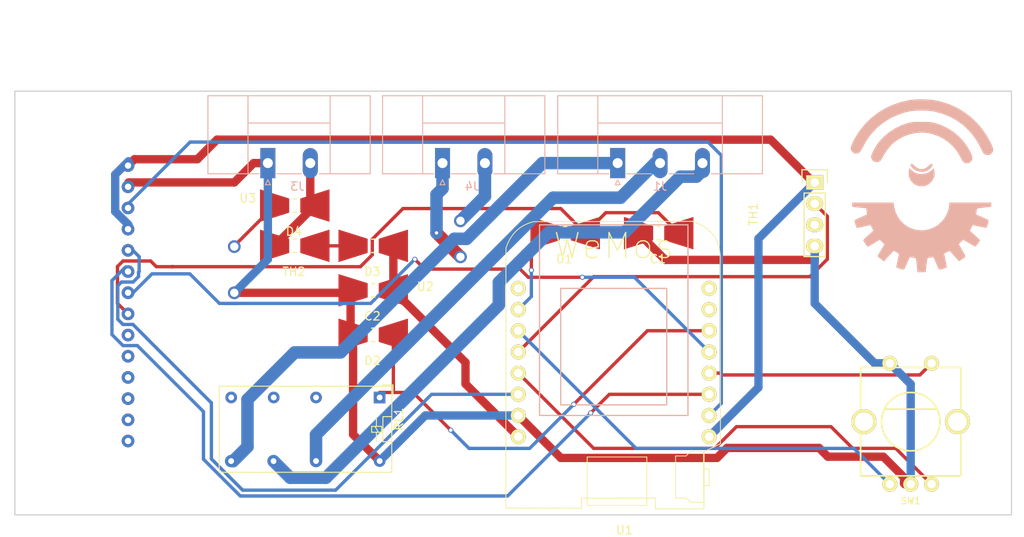
<source format=kicad_pcb>
(kicad_pcb (version 4) (host pcbnew 4.0.7)

  (general
    (links 37)
    (no_connects 0)
    (area 79.379714 36.03 202.808286 98.945)
    (thickness 1.6)
    (drawings 7)
    (tracks 192)
    (zones 0)
    (modules 25)
    (nets 35)
  )

  (page A4)
  (layers
    (0 F.Cu signal)
    (31 B.Cu signal)
    (32 B.Adhes user)
    (33 F.Adhes user)
    (34 B.Paste user)
    (35 F.Paste user)
    (36 B.SilkS user)
    (37 F.SilkS user)
    (38 B.Mask user)
    (39 F.Mask user)
    (40 Dwgs.User user)
    (41 Cmts.User user)
    (42 Eco1.User user)
    (43 Eco2.User user)
    (44 Edge.Cuts user)
    (45 Margin user)
    (46 B.CrtYd user)
    (47 F.CrtYd user)
    (48 B.Fab user)
    (49 F.Fab user)
  )

  (setup
    (last_trace_width 0.4)
    (trace_clearance 0.3)
    (zone_clearance 0.508)
    (zone_45_only no)
    (trace_min 0.2)
    (segment_width 0.2)
    (edge_width 0.15)
    (via_size 0.6)
    (via_drill 0.4)
    (via_min_size 0.4)
    (via_min_drill 0.3)
    (uvia_size 0.3)
    (uvia_drill 0.1)
    (uvias_allowed no)
    (uvia_min_size 0.2)
    (uvia_min_drill 0.1)
    (pcb_text_width 0.3)
    (pcb_text_size 1.5 1.5)
    (mod_edge_width 0.15)
    (mod_text_size 1 1)
    (mod_text_width 0.15)
    (pad_size 1.8 1.8)
    (pad_drill 1)
    (pad_to_mask_clearance 0.2)
    (aux_axis_origin 0 0)
    (grid_origin 320.04 -83.82)
    (visible_elements 7FFFFFFF)
    (pcbplotparams
      (layerselection 0x030f0_80000001)
      (usegerberextensions false)
      (excludeedgelayer true)
      (linewidth 0.100000)
      (plotframeref false)
      (viasonmask false)
      (mode 1)
      (useauxorigin false)
      (hpglpennumber 1)
      (hpglpenspeed 20)
      (hpglpendiameter 15)
      (hpglpenoverlay 2)
      (psnegative false)
      (psa4output false)
      (plotreference true)
      (plotvalue true)
      (plotinvisibletext false)
      (padsonsilk false)
      (subtractmaskfromsilk false)
      (outputformat 1)
      (mirror false)
      (drillshape 0)
      (scaleselection 1)
      (outputdirectory ./))
  )

  (net 0 "")
  (net 1 "Net-(C1-Pad1)")
  (net 2 GND)
  (net 3 +5V)
  (net 4 DISP_LED)
  (net 5 RELAY)
  (net 6 "Net-(D3-Pad2)")
  (net 7 NO1)
  (net 8 COM1)
  (net 9 NC1)
  (net 10 ENC_A)
  (net 11 ENC_B)
  (net 12 ENC_BUT)
  (net 13 +3V3)
  (net 14 DHT_22)
  (net 15 "Net-(TH1-Pad3)")
  (net 16 "Net-(U1-Pad8)")
  (net 17 DISP_DC)
  (net 18 DISP_CS)
  (net 19 DISP_MOSI)
  (net 20 DISP_SCK)
  (net 21 "Net-(U1-Pad10)")
  (net 22 "Net-(U1-Pad9)")
  (net 23 "Net-(U2-Pad9)")
  (net 24 "Net-(U2-Pad10)")
  (net 25 "Net-(U2-Pad11)")
  (net 26 "Net-(U2-Pad12)")
  (net 27 "Net-(U2-Pad13)")
  (net 28 pwr)
  (net 29 "Net-(J4-Pad2)")
  (net 30 "Net-(J4-Pad1)")
  (net 31 "Net-(RL1-Pad4)")
  (net 32 "Net-(RL1-Pad2)")
  (net 33 "Net-(RL1-Pad3)")
  (net 34 "Net-(D4-Pad2)")

  (net_class Default "Questo è il gruppo di collegamenti predefinito"
    (clearance 0.3)
    (trace_width 0.4)
    (via_dia 0.6)
    (via_drill 0.4)
    (uvia_dia 0.3)
    (uvia_drill 0.1)
    (add_net DHT_22)
    (add_net DISP_CS)
    (add_net DISP_DC)
    (add_net DISP_LED)
    (add_net DISP_MOSI)
    (add_net DISP_SCK)
    (add_net ENC_A)
    (add_net ENC_B)
    (add_net ENC_BUT)
    (add_net "Net-(C1-Pad1)")
    (add_net "Net-(D3-Pad2)")
    (add_net "Net-(D4-Pad2)")
    (add_net "Net-(RL1-Pad2)")
    (add_net "Net-(RL1-Pad3)")
    (add_net "Net-(RL1-Pad4)")
    (add_net "Net-(TH1-Pad3)")
    (add_net "Net-(U1-Pad10)")
    (add_net "Net-(U1-Pad8)")
    (add_net "Net-(U1-Pad9)")
    (add_net "Net-(U2-Pad10)")
    (add_net "Net-(U2-Pad11)")
    (add_net "Net-(U2-Pad12)")
    (add_net "Net-(U2-Pad13)")
    (add_net "Net-(U2-Pad9)")
    (add_net RELAY)
  )

  (net_class 220-relay ""
    (clearance 0.5)
    (trace_width 1.5)
    (via_dia 0.6)
    (via_drill 0.4)
    (uvia_dia 0.3)
    (uvia_drill 0.1)
    (add_net COM1)
    (add_net NC1)
    (add_net NO1)
    (add_net "Net-(J4-Pad1)")
    (add_net "Net-(J4-Pad2)")
  )

  (net_class pwr ""
    (clearance 0.3)
    (trace_width 1)
    (via_dia 0.6)
    (via_drill 0.4)
    (uvia_dia 0.3)
    (uvia_drill 0.1)
    (add_net +3V3)
    (add_net +5V)
    (add_net GND)
    (add_net pwr)
  )

  (module Mounting_Holes:MountingHole_3mm (layer F.Cu) (tedit 5C22A1BF) (tstamp 5D18FB45)
    (at 176.022 91.567 180)
    (descr "Mounting Hole 3mm, no annular")
    (tags "mounting hole 3mm no annular")
    (attr virtual)
    (fp_text reference hole_tft_4 (at 0 -4 180) (layer F.SilkS) hide
      (effects (font (size 1 1) (thickness 0.15)))
    )
    (fp_text value MountingHole_3mm (at 0 4 180) (layer F.Fab)
      (effects (font (size 1 1) (thickness 0.15)))
    )
    (fp_text user %R (at 0.3 0 180) (layer F.Fab)
      (effects (font (size 1 1) (thickness 0.15)))
    )
    (fp_circle (center 0 0) (end 3 0) (layer Cmts.User) (width 0.15))
    (fp_circle (center 0 0) (end 3.25 0) (layer F.CrtYd) (width 0.05))
    (pad 1 np_thru_hole circle (at 0 0 180) (size 3 3) (drill 3) (layers *.Cu *.Mask))
  )

  (module Mounting_Holes:MountingHole_3mm (layer F.Cu) (tedit 5CFD3C6F) (tstamp 5C2B9E21)
    (at 182.94 70.38 180)
    (descr "Mounting Hole 3mm, no annular")
    (tags "mounting hole 3mm no annular")
    (attr virtual)
    (fp_text reference hole_503_2 (at 0 -4 180) (layer F.SilkS) hide
      (effects (font (size 1 1) (thickness 0.15)))
    )
    (fp_text value MountingHole_3mm (at 0 4 180) (layer F.Fab)
      (effects (font (size 1 1) (thickness 0.15)))
    )
    (fp_text user %R (at 0.3 0 180) (layer F.Fab)
      (effects (font (size 1 1) (thickness 0.15)))
    )
    (fp_circle (center 0 0) (end 3 0) (layer Cmts.User) (width 0.15))
    (fp_circle (center 0 0) (end 3.25 0) (layer F.CrtYd) (width 0.05))
    (pad 1 np_thru_hole circle (at 0 0 180) (size 3 3) (drill 3) (layers *.Cu *.Mask))
  )

  (module Mounting_Holes:MountingHole_3mm (layer F.Cu) (tedit 5C22A1BF) (tstamp 5C211270)
    (at 176.149 48.387 180)
    (descr "Mounting Hole 3mm, no annular")
    (tags "mounting hole 3mm no annular")
    (attr virtual)
    (fp_text reference hole_tft_4 (at 0 -4 180) (layer F.SilkS) hide
      (effects (font (size 1 1) (thickness 0.15)))
    )
    (fp_text value MountingHole_3mm (at 0 4 180) (layer F.Fab)
      (effects (font (size 1 1) (thickness 0.15)))
    )
    (fp_text user %R (at 0.3 0 180) (layer F.Fab)
      (effects (font (size 1 1) (thickness 0.15)))
    )
    (fp_circle (center 0 0) (end 3 0) (layer Cmts.User) (width 0.15))
    (fp_circle (center 0 0) (end 3.25 0) (layer F.CrtYd) (width 0.05))
    (pad 1 np_thru_hole circle (at 0 0 180) (size 3 3) (drill 3) (layers *.Cu *.Mask))
  )

  (module Mounting_Holes:MountingHole_3mm (layer F.Cu) (tedit 5CFD3C7F) (tstamp 5C211267)
    (at 99.568 48.387 180)
    (descr "Mounting Hole 3mm, no annular")
    (tags "mounting hole 3mm no annular")
    (attr virtual)
    (fp_text reference hole_tft_3 (at 0 -4 180) (layer F.SilkS) hide
      (effects (font (size 1 1) (thickness 0.15)))
    )
    (fp_text value MountingHole_3mm (at 0 4 180) (layer F.Fab)
      (effects (font (size 1 1) (thickness 0.15)))
    )
    (fp_text user %R (at 0.3 0 180) (layer F.Fab)
      (effects (font (size 1 1) (thickness 0.15)))
    )
    (fp_circle (center 0 0) (end 3 0) (layer Cmts.User) (width 0.15))
    (fp_circle (center 0 0) (end 3.25 0) (layer F.CrtYd) (width 0.05))
    (pad 1 np_thru_hole circle (at 0 0 180) (size 3 3) (drill 3) (layers *.Cu *.Mask))
  )

  (module Mounting_Holes:MountingHole_3mm (layer F.Cu) (tedit 5CFD3C86) (tstamp 5C21125F)
    (at 99.568 92.456 180)
    (descr "Mounting Hole 3mm, no annular")
    (tags "mounting hole 3mm no annular")
    (attr virtual)
    (fp_text reference hole_tft_2 (at 0 -4 180) (layer F.SilkS) hide
      (effects (font (size 1 1) (thickness 0.15)))
    )
    (fp_text value MountingHole_3mm (at 0 4 180) (layer F.Fab)
      (effects (font (size 1 1) (thickness 0.15)))
    )
    (fp_text user %R (at 0.3 0 180) (layer F.Fab)
      (effects (font (size 1 1) (thickness 0.15)))
    )
    (fp_circle (center 0 0) (end 3 0) (layer Cmts.User) (width 0.15))
    (fp_circle (center 0 0) (end 3.25 0) (layer F.CrtYd) (width 0.05))
    (pad 1 np_thru_hole circle (at 0 0 180) (size 3 3) (drill 3) (layers *.Cu *.Mask))
  )

  (module Mounting_Holes:MountingHole_3mm (layer F.Cu) (tedit 5CFD3C91) (tstamp 5C210E8F)
    (at 87.094 70.378 180)
    (descr "Mounting Hole 3mm, no annular")
    (tags "mounting hole 3mm no annular")
    (attr virtual)
    (fp_text reference hole_504_1 (at 0 -4 180) (layer F.SilkS) hide
      (effects (font (size 1 1) (thickness 0.15)))
    )
    (fp_text value MountingHole_3mm (at 0 4 180) (layer F.Fab)
      (effects (font (size 1 1) (thickness 0.15)))
    )
    (fp_text user %R (at 0.3 0 180) (layer F.Fab)
      (effects (font (size 1 1) (thickness 0.15)))
    )
    (fp_circle (center 0 0) (end 3 0) (layer Cmts.User) (width 0.15))
    (fp_circle (center 0 0) (end 3.25 0) (layer F.CrtYd) (width 0.05))
    (pad 1 np_thru_hole circle (at 0 0 180) (size 3 3) (drill 3) (layers *.Cu *.Mask))
  )

  (module Mounting_Holes:MountingHole_3mm (layer F.Cu) (tedit 5C22A1BA) (tstamp 5C210E87)
    (at 195.094 70.378 180)
    (descr "Mounting Hole 3mm, no annular")
    (tags "mounting hole 3mm no annular")
    (attr virtual)
    (fp_text reference hole504_1 (at 0 -4 180) (layer F.SilkS) hide
      (effects (font (size 1 1) (thickness 0.15)))
    )
    (fp_text value MountingHole_3mm (at 0 4 180) (layer F.Fab)
      (effects (font (size 1 1) (thickness 0.15)))
    )
    (fp_text user %R (at 0.3 0 180) (layer F.Fab)
      (effects (font (size 1 1) (thickness 0.15)))
    )
    (fp_circle (center 0 0) (end 3 0) (layer Cmts.User) (width 0.15))
    (fp_circle (center 0 0) (end 3.25 0) (layer F.CrtYd) (width 0.05))
    (pad 1 np_thru_hole circle (at 0 0 180) (size 3 3) (drill 3) (layers *.Cu *.Mask))
  )

  (module Sensors:DHT22_Temperature_Humidity (layer F.Cu) (tedit 570580B0) (tstamp 5C1635BA)
    (at 177.34 59.71 270)
    (path /5BF1A8F7)
    (fp_text reference TH1 (at 0 7.35 270) (layer F.SilkS)
      (effects (font (size 1 1) (thickness 0.15)))
    )
    (fp_text value DHT22_Temperature_Humidity (at 0 5.445 270) (layer F.Fab)
      (effects (font (size 1 1) (thickness 0.15)))
    )
    (fp_line (start -2.54 1.27) (end -2.54 -1.27) (layer F.SilkS) (width 0.15))
    (fp_line (start 5.08 1.27) (end -2.54 1.27) (layer F.SilkS) (width 0.15))
    (fp_line (start 5.08 -1.27) (end 5.08 1.27) (layer F.SilkS) (width 0.15))
    (fp_line (start -2.54 -1.27) (end 5.08 -1.27) (layer F.SilkS) (width 0.15))
    (fp_line (start -5.334 1.524) (end -3.81 1.524) (layer F.SilkS) (width 0.15))
    (fp_line (start -5.334 -1.524) (end -5.334 1.524) (layer F.SilkS) (width 0.15))
    (fp_line (start -3.81 -1.524) (end -5.334 -1.524) (layer F.SilkS) (width 0.15))
    (fp_line (start -7.62 4.3) (end 7.62 4.3) (layer B.CrtYd) (width 0.15))
    (fp_line (start -7.62 -3.3) (end -7.62 4.3) (layer B.CrtYd) (width 0.15))
    (fp_line (start 7.62 -3.3) (end 7.62 4.3) (layer B.CrtYd) (width 0.15))
    (fp_line (start -7.62 -3.3) (end 7.62 -3.3) (layer B.CrtYd) (width 0.15))
    (fp_line (start -7.62 -2) (end 7.62 -2) (layer B.CrtYd) (width 0.15))
    (pad 1 thru_hole rect (at -3.81 0) (size 2.032 1.7272) (drill 1.016) (layers *.Cu *.Mask F.SilkS)
      (net 13 +3V3))
    (pad 2 thru_hole oval (at -1.27 0) (size 2.032 1.7272) (drill 1.016) (layers *.Cu *.Mask F.SilkS)
      (net 14 DHT_22))
    (pad 3 thru_hole oval (at 1.27 0) (size 2.032 1.7272) (drill 1.016) (layers *.Cu *.Mask F.SilkS)
      (net 15 "Net-(TH1-Pad3)"))
    (pad 4 thru_hole oval (at 3.81 0) (size 2.032 1.7272) (drill 1.016) (layers *.Cu *.Mask F.SilkS)
      (net 2 GND))
  )

  (module wemos_d1_mini:D1_mini_board (layer F.Cu) (tedit 5766F65E) (tstamp 5C1635D4)
    (at 153.27 78.76)
    (path /5BF1A110)
    (fp_text reference U1 (at 1.27 18.81) (layer F.SilkS)
      (effects (font (size 1 1) (thickness 0.15)))
    )
    (fp_text value WeMos_mini (at 1.27 -19.05) (layer F.Fab)
      (effects (font (size 1 1) (thickness 0.15)))
    )
    (fp_text user WeMos (at 0 -15.24) (layer F.SilkS)
      (effects (font (size 3 3) (thickness 0.15)))
    )
    (fp_line (start -6.35 3.81) (end -6.35 -10.16) (layer B.SilkS) (width 0.15))
    (fp_line (start -6.35 -10.16) (end 6.35 -10.16) (layer B.SilkS) (width 0.15))
    (fp_line (start 6.35 -10.16) (end 6.35 3.81) (layer B.SilkS) (width 0.15))
    (fp_line (start 6.35 3.81) (end -6.35 3.81) (layer B.SilkS) (width 0.15))
    (fp_line (start -8.89 5.08) (end 8.89 5.08) (layer B.SilkS) (width 0.15))
    (fp_line (start 8.89 5.08) (end 8.89 -17.78) (layer B.SilkS) (width 0.15))
    (fp_line (start 8.89 -17.78) (end -8.89 -17.78) (layer B.SilkS) (width 0.15))
    (fp_line (start -8.89 -17.78) (end -8.89 5.08) (layer B.SilkS) (width 0.15))
    (fp_line (start 10.817472 16.277228) (end 5.00618 16.277228) (layer F.SilkS) (width 0.1))
    (fp_line (start 5.00618 16.277228) (end 4.979849 14.993795) (layer F.SilkS) (width 0.1))
    (fp_line (start 4.979849 14.993795) (end -3.851373 15.000483) (layer F.SilkS) (width 0.1))
    (fp_line (start -3.851373 15.000483) (end -3.849397 16.202736) (layer F.SilkS) (width 0.1))
    (fp_line (start -3.849397 16.202736) (end -12.930193 16.176658) (layer F.SilkS) (width 0.1))
    (fp_line (start -12.930193 16.176658) (end -12.916195 -14.993493) (layer F.SilkS) (width 0.1))
    (fp_line (start -12.916195 -14.993493) (end -12.683384 -15.596286) (layer F.SilkS) (width 0.1))
    (fp_line (start -12.683384 -15.596286) (end -12.399901 -16.141167) (layer F.SilkS) (width 0.1))
    (fp_line (start -12.399901 -16.141167) (end -12.065253 -16.627577) (layer F.SilkS) (width 0.1))
    (fp_line (start -12.065253 -16.627577) (end -11.678953 -17.054952) (layer F.SilkS) (width 0.1))
    (fp_line (start -11.678953 -17.054952) (end -11.240512 -17.422741) (layer F.SilkS) (width 0.1))
    (fp_line (start -11.240512 -17.422741) (end -10.74944 -17.730377) (layer F.SilkS) (width 0.1))
    (fp_line (start -10.74944 -17.730377) (end -10.20525 -17.97731) (layer F.SilkS) (width 0.1))
    (fp_line (start -10.20525 -17.97731) (end -9.607453 -18.162976) (layer F.SilkS) (width 0.1))
    (fp_line (start -9.607453 -18.162976) (end 9.43046 -18.191734) (layer F.SilkS) (width 0.1))
    (fp_line (start 9.43046 -18.191734) (end 10.049824 -17.957741) (layer F.SilkS) (width 0.1))
    (fp_line (start 10.049824 -17.957741) (end 10.638018 -17.673258) (layer F.SilkS) (width 0.1))
    (fp_line (start 10.638018 -17.673258) (end 11.181445 -17.323743) (layer F.SilkS) (width 0.1))
    (fp_line (start 11.181445 -17.323743) (end 11.666503 -16.894658) (layer F.SilkS) (width 0.1))
    (fp_line (start 11.666503 -16.894658) (end 12.079595 -16.37146) (layer F.SilkS) (width 0.1))
    (fp_line (start 12.079595 -16.37146) (end 12.407122 -15.739613) (layer F.SilkS) (width 0.1))
    (fp_line (start 12.407122 -15.739613) (end 12.635482 -14.984575) (layer F.SilkS) (width 0.1))
    (fp_line (start 12.635482 -14.984575) (end 12.751078 -14.091807) (layer F.SilkS) (width 0.1))
    (fp_line (start 12.751078 -14.091807) (end 12.776026 8.463285) (layer F.SilkS) (width 0.1))
    (fp_line (start 12.776026 8.463285) (end 10.83248 9.424181) (layer F.SilkS) (width 0.1))
    (fp_line (start 10.83248 9.424181) (end 10.802686 16.232524) (layer F.SilkS) (width 0.1))
    (fp_line (start -3.17965 10.051451) (end 3.959931 10.051451) (layer F.SilkS) (width 0.1))
    (fp_line (start 3.959931 10.051451) (end 3.959931 15.865188) (layer F.SilkS) (width 0.1))
    (fp_line (start 3.959931 15.865188) (end -3.17965 15.865188) (layer F.SilkS) (width 0.1))
    (fp_line (start -3.17965 15.865188) (end -3.17965 10.051451) (layer F.SilkS) (width 0.1))
    (fp_line (start 10.7436 9.402349) (end 9.191378 9.402349) (layer F.SilkS) (width 0.1))
    (fp_line (start 9.191378 9.402349) (end 8.662211 9.931515) (layer F.SilkS) (width 0.1))
    (fp_line (start 8.662211 9.931515) (end 7.40985 9.931515) (layer F.SilkS) (width 0.1))
    (fp_line (start 7.40985 9.931515) (end 7.40985 14.993876) (layer F.SilkS) (width 0.1))
    (fp_line (start 7.40985 14.993876) (end 8.697489 14.993876) (layer F.SilkS) (width 0.1))
    (fp_line (start 8.697489 14.993876) (end 9.226656 15.487765) (layer F.SilkS) (width 0.1))
    (fp_line (start 9.226656 15.487765) (end 10.796517 15.487765) (layer F.SilkS) (width 0.1))
    (fp_line (start 10.796517 15.487765) (end 10.7436 9.402349) (layer F.SilkS) (width 0.1))
    (fp_line (start 10.778878 11.483738) (end 11.431517 11.483738) (layer F.SilkS) (width 0.1))
    (fp_line (start 11.431517 11.483738) (end 11.431517 13.476932) (layer F.SilkS) (width 0.1))
    (fp_line (start 11.431517 13.476932) (end 10.814156 13.476932) (layer F.SilkS) (width 0.1))
    (pad 8 thru_hole circle (at -11.43 -10.16) (size 1.8 1.8) (drill 1.016) (layers *.Cu *.Mask F.SilkS)
      (net 16 "Net-(U1-Pad8)"))
    (pad 7 thru_hole circle (at -11.43 -7.62) (size 1.8 1.8) (drill 1.016) (layers *.Cu *.Mask F.SilkS)
      (net 4 DISP_LED))
    (pad 6 thru_hole circle (at -11.43 -5.08) (size 1.8 1.8) (drill 1.016) (layers *.Cu *.Mask F.SilkS)
      (net 10 ENC_A))
    (pad 5 thru_hole circle (at -11.43 -2.54) (size 1.8 1.8) (drill 1.016) (layers *.Cu *.Mask F.SilkS)
      (net 14 DHT_22))
    (pad 4 thru_hole circle (at -11.43 0) (size 1.8 1.8) (drill 1.016) (layers *.Cu *.Mask F.SilkS)
      (net 11 ENC_B))
    (pad 3 thru_hole circle (at -11.43 2.54) (size 1.8 1.8) (drill 1.016) (layers *.Cu *.Mask F.SilkS)
      (net 17 DISP_DC))
    (pad 2 thru_hole circle (at -11.43 5.08) (size 1.8 1.8) (drill 1.016) (layers *.Cu *.Mask F.SilkS)
      (net 2 GND))
    (pad 1 thru_hole circle (at -11.43 7.62) (size 1.8 1.8) (drill 1.016) (layers *.Cu *.Mask F.SilkS)
      (net 3 +5V))
    (pad 16 thru_hole circle (at 11.43 7.62) (size 1.8 1.8) (drill 1.016) (layers *.Cu *.Mask F.SilkS)
      (net 13 +3V3))
    (pad 15 thru_hole circle (at 11.43 5.08) (size 1.8 1.8) (drill 1.016) (layers *.Cu *.Mask F.SilkS)
      (net 18 DISP_CS))
    (pad 14 thru_hole circle (at 11.43 2.54) (size 1.8 1.8) (drill 1.016) (layers *.Cu *.Mask F.SilkS)
      (net 19 DISP_MOSI))
    (pad 13 thru_hole circle (at 11.43 0) (size 1.8 1.8) (drill 1.016) (layers *.Cu *.Mask F.SilkS)
      (net 12 ENC_BUT))
    (pad 12 thru_hole circle (at 11.43 -2.54) (size 1.8 1.8) (drill 1.016) (layers *.Cu *.Mask F.SilkS)
      (net 20 DISP_SCK))
    (pad 11 thru_hole circle (at 11.43 -5.08) (size 1.8 1.8) (drill 1.016) (layers *.Cu *.Mask F.SilkS)
      (net 5 RELAY))
    (pad 10 thru_hole circle (at 11.43 -7.62) (size 1.8 1.8) (drill 1.016) (layers *.Cu *.Mask F.SilkS)
      (net 21 "Net-(U1-Pad10)"))
    (pad 9 thru_hole circle (at 11.43 -10.16) (size 1.8 1.8) (drill 1.016) (layers *.Cu *.Mask F.SilkS)
      (net 22 "Net-(U1-Pad9)"))
    (model wemos_d1_mini.3dshapes/d1_mini_shield.wrl
      (at (xyz -0.5 -0.65 0.35))
      (scale (xyz 0.3937 0.3937 0.3937))
      (rotate (xyz 0 0 0))
    )
  )

  (module Mounting_Holes:MountingHole_3mm (layer F.Cu) (tedit 5CFD3C8D) (tstamp 5C16390D)
    (at 99.314 70.358 180)
    (descr "Mounting Hole 3mm, no annular")
    (tags "mounting hole 3mm no annular")
    (attr virtual)
    (fp_text reference hole_503_1 (at 0 -4 180) (layer F.SilkS) hide
      (effects (font (size 1 1) (thickness 0.15)))
    )
    (fp_text value MountingHole_3mm (at 0 4 180) (layer F.Fab)
      (effects (font (size 1 1) (thickness 0.15)))
    )
    (fp_text user %R (at 0.3 0 180) (layer F.Fab)
      (effects (font (size 1 1) (thickness 0.15)))
    )
    (fp_circle (center 0 0) (end 3 0) (layer Cmts.User) (width 0.15))
    (fp_circle (center 0 0) (end 3.25 0) (layer F.CrtYd) (width 0.05))
    (pad 1 np_thru_hole circle (at 0 0 180) (size 3 3) (drill 3) (layers *.Cu *.Mask))
  )

  (module xl007:xl007 (layer F.Cu) (tedit 5C2358A5) (tstamp 5C235A27)
    (at 121.158 66.802)
    (path /5C235005)
    (fp_text reference U3 (at -11.73 -9.01) (layer F.SilkS)
      (effects (font (size 1 1) (thickness 0.15)))
    )
    (fp_text value xl-007 (at -0.04 7.79) (layer F.Fab)
      (effects (font (size 1 1) (thickness 0.15)))
    )
    (fp_line (start -14.93 10.285) (end 14.93 10.285) (layer F.CrtYd) (width 0.15))
    (fp_line (start 14.93 -10.285) (end 14.93 10.285) (layer F.CrtYd) (width 0.15))
    (fp_line (start -14.93 -10.285) (end 14.93 -10.285) (layer F.CrtYd) (width 0.15))
    (fp_line (start -14.93 -10.285) (end -14.93 10.285) (layer F.CrtYd) (width 0.15))
    (pad 3 thru_hole circle (at -13.34 -3.21) (size 1.524 1.524) (drill 1) (layers *.Cu *.Mask)
      (net 34 "Net-(D4-Pad2)"))
    (pad 4 thru_hole circle (at -13.34 2.33) (size 1.524 1.524) (drill 1) (layers *.Cu *.Mask)
      (net 2 GND))
    (pad 1 thru_hole circle (at 13.75 -6.305) (size 1.524 1.524) (drill 1) (layers *.Cu *.Mask)
      (net 29 "Net-(J4-Pad2)"))
    (pad 2 thru_hole circle (at 13.75 -1.985) (size 1.524 1.524) (drill 1) (layers *.Cu *.Mask)
      (net 30 "Net-(J4-Pad1)"))
  )

  (module Connectors_Phoenix:PhoenixContact_MC-GF_02x5.08mm_Angled_ThreadedFlange (layer B.Cu) (tedit 5CFD3CA3) (tstamp 5C235F1C)
    (at 132.76 53.58)
    (descr "Generic Phoenix Contact connector footprint for series: MC-GF; number of pins: 02; pin pitch: 5.08mm; Angled; threaded flange || order number: 1847466 8A 320V")
    (tags "phoenix_contact connector MC_01x02_GF_5.08mm")
    (path /5C235B8E)
    (fp_text reference J4 (at 3.54 2.8) (layer B.SilkS)
      (effects (font (size 1 1) (thickness 0.15)) (justify mirror))
    )
    (fp_text value Screw_Terminal_01x02 (at 2.54 -9) (layer B.Fab) hide
      (effects (font (size 1 1) (thickness 0.15)) (justify mirror))
    )
    (fp_line (start -7.18 1.28) (end -7.18 -8.08) (layer B.SilkS) (width 0.12))
    (fp_line (start -7.18 -8.08) (end 12.26 -8.08) (layer B.SilkS) (width 0.12))
    (fp_line (start 12.26 -8.08) (end 12.26 1.28) (layer B.SilkS) (width 0.12))
    (fp_line (start -7.18 1.28) (end -1.05 1.28) (layer B.SilkS) (width 0.12))
    (fp_line (start 12.26 1.28) (end 6.13 1.28) (layer B.SilkS) (width 0.12))
    (fp_line (start 1.05 1.28) (end 4.03 1.28) (layer B.SilkS) (width 0.12))
    (fp_line (start -7.1 1.2) (end -7.1 -8) (layer B.Fab) (width 0.1))
    (fp_line (start -7.1 -8) (end 12.18 -8) (layer B.Fab) (width 0.1))
    (fp_line (start 12.18 -8) (end 12.18 1.2) (layer B.Fab) (width 0.1))
    (fp_line (start 12.18 1.2) (end -7.1 1.2) (layer B.Fab) (width 0.1))
    (fp_line (start -2.38 -4.8) (end 7.46 -4.8) (layer B.SilkS) (width 0.12))
    (fp_line (start -2.38 1.28) (end -2.38 -8.08) (layer B.SilkS) (width 0.12))
    (fp_line (start 7.46 1.28) (end 7.46 -8.08) (layer B.SilkS) (width 0.12))
    (fp_line (start -7.68 2.3) (end -7.68 -8.5) (layer B.CrtYd) (width 0.05))
    (fp_line (start -7.68 -8.5) (end 12.68 -8.5) (layer B.CrtYd) (width 0.05))
    (fp_line (start 12.68 -8.5) (end 12.68 2.3) (layer B.CrtYd) (width 0.05))
    (fp_line (start 12.68 2.3) (end -7.68 2.3) (layer B.CrtYd) (width 0.05))
    (fp_line (start 0.3 2.6) (end 0 2) (layer B.SilkS) (width 0.12))
    (fp_line (start 0 2) (end -0.3 2.6) (layer B.SilkS) (width 0.12))
    (fp_line (start -0.3 2.6) (end 0.3 2.6) (layer B.SilkS) (width 0.12))
    (fp_line (start 0.8 1.2) (end 0 0) (layer B.Fab) (width 0.1))
    (fp_line (start 0 0) (end -0.8 1.2) (layer B.Fab) (width 0.1))
    (fp_text user %R (at 2.54 -3) (layer B.Fab)
      (effects (font (size 1 1) (thickness 0.15)) (justify mirror))
    )
    (pad 1 thru_hole rect (at 0 0) (size 1.8 3.6) (drill 1.2) (layers *.Cu *.Mask)
      (net 30 "Net-(J4-Pad1)"))
    (pad 2 thru_hole oval (at 5.08 0) (size 1.8 3.6) (drill 1.2) (layers *.Cu *.Mask)
      (net 29 "Net-(J4-Pad2)"))
    (model ${KISYS3DMOD}/Connectors_Phoenix.3dshapes/PhoenixContact_MC-GF_02x5.08mm_Angled_ThreadedFlange.wrl
      (at (xyz 0 0 0))
      (scale (xyz 1 1 1))
      (rotate (xyz 0 0 0))
    )
  )

  (module Resistors_Universal:Resistor_SMD+THTuniversal_0805to2512_HandSoldering (layer F.Cu) (tedit 0) (tstamp 5C235F64)
    (at 158.653 61.98 180)
    (descr "Resistor, SMD and THT, universal, 0805 to 2512, Hand soldering,")
    (tags "Resistor, SMD and THT, universal, 0805 to 2512, Hand soldering,")
    (path /5BF1A314)
    (fp_text reference C1 (at 0.09906 -3.0988 180) (layer F.SilkS)
      (effects (font (size 1 1) (thickness 0.15)))
    )
    (fp_text value C (at -0.39878 4.20116 180) (layer F.Fab)
      (effects (font (size 1 1) (thickness 0.15)))
    )
    (fp_line (start 0 0.8001) (end 0.20066 0.8001) (layer F.SilkS) (width 0.15))
    (fp_line (start 0 0.8001) (end -0.20066 0.8001) (layer F.SilkS) (width 0.15))
    (fp_line (start -0.09906 -0.8001) (end -0.20066 -0.8001) (layer F.SilkS) (width 0.15))
    (fp_line (start -0.20066 -0.8001) (end 0.20066 -0.8001) (layer F.SilkS) (width 0.15))
    (pad 1 smd trapezoid (at -2.413 0 180) (size 3.50012 2.79908) (rect_delta 1.09982 0 ) (layers F.Cu F.Paste F.Mask)
      (net 1 "Net-(C1-Pad1)"))
    (pad 2 smd trapezoid (at 2.413 0) (size 3.50012 2.79908) (rect_delta 1.09982 0 ) (layers F.Cu F.Paste F.Mask)
      (net 2 GND))
  )

  (module Resistors_Universal:Resistor_SMD+THTuniversal_0805to2512_HandSoldering (layer F.Cu) (tedit 0) (tstamp 5C235F69)
    (at 124.46 68.834 180)
    (descr "Resistor, SMD and THT, universal, 0805 to 2512, Hand soldering,")
    (tags "Resistor, SMD and THT, universal, 0805 to 2512, Hand soldering,")
    (path /5BF1F4CF)
    (fp_text reference C2 (at 0.09906 -3.0988 180) (layer F.SilkS)
      (effects (font (size 1 1) (thickness 0.15)))
    )
    (fp_text value CP1 (at -0.39878 4.20116 180) (layer F.Fab)
      (effects (font (size 1 1) (thickness 0.15)))
    )
    (fp_line (start 0 0.8001) (end 0.20066 0.8001) (layer F.SilkS) (width 0.15))
    (fp_line (start 0 0.8001) (end -0.20066 0.8001) (layer F.SilkS) (width 0.15))
    (fp_line (start -0.09906 -0.8001) (end -0.20066 -0.8001) (layer F.SilkS) (width 0.15))
    (fp_line (start -0.20066 -0.8001) (end 0.20066 -0.8001) (layer F.SilkS) (width 0.15))
    (pad 1 smd trapezoid (at -2.413 0 180) (size 3.50012 2.79908) (rect_delta 1.09982 0 ) (layers F.Cu F.Paste F.Mask)
      (net 3 +5V))
    (pad 2 smd trapezoid (at 2.413 0) (size 3.50012 2.79908) (rect_delta 1.09982 0 ) (layers F.Cu F.Paste F.Mask)
      (net 2 GND))
  )

  (module Resistors_Universal:Resistor_SMD+THTuniversal_0805to2512_HandSoldering (layer F.Cu) (tedit 0) (tstamp 5C235F6E)
    (at 147.453 61.98 180)
    (descr "Resistor, SMD and THT, universal, 0805 to 2512, Hand soldering,")
    (tags "Resistor, SMD and THT, universal, 0805 to 2512, Hand soldering,")
    (path /5BF1B09E)
    (fp_text reference D1 (at 0.09906 -3.0988 180) (layer F.SilkS)
      (effects (font (size 1 1) (thickness 0.15)))
    )
    (fp_text value D_Schottky (at -0.39878 4.20116 180) (layer F.Fab)
      (effects (font (size 1 1) (thickness 0.15)))
    )
    (fp_line (start 0 0.8001) (end 0.20066 0.8001) (layer F.SilkS) (width 0.15))
    (fp_line (start 0 0.8001) (end -0.20066 0.8001) (layer F.SilkS) (width 0.15))
    (fp_line (start -0.09906 -0.8001) (end -0.20066 -0.8001) (layer F.SilkS) (width 0.15))
    (fp_line (start -0.20066 -0.8001) (end 0.20066 -0.8001) (layer F.SilkS) (width 0.15))
    (pad 1 smd trapezoid (at -2.413 0 180) (size 3.50012 2.79908) (rect_delta 1.09982 0 ) (layers F.Cu F.Paste F.Mask)
      (net 1 "Net-(C1-Pad1)"))
    (pad 2 smd trapezoid (at 2.413 0) (size 3.50012 2.79908) (rect_delta 1.09982 0 ) (layers F.Cu F.Paste F.Mask)
      (net 4 DISP_LED))
  )

  (module Resistors_Universal:Resistor_SMD+THTuniversal_0805to2512_HandSoldering (layer F.Cu) (tedit 0) (tstamp 5C235F78)
    (at 124.46 74.168 180)
    (descr "Resistor, SMD and THT, universal, 0805 to 2512, Hand soldering,")
    (tags "Resistor, SMD and THT, universal, 0805 to 2512, Hand soldering,")
    (path /5BF1A2E9)
    (fp_text reference D2 (at 0.09906 -3.0988 180) (layer F.SilkS)
      (effects (font (size 1 1) (thickness 0.15)))
    )
    (fp_text value D (at -0.39878 4.20116 180) (layer F.Fab)
      (effects (font (size 1 1) (thickness 0.15)))
    )
    (fp_line (start 0 0.8001) (end 0.20066 0.8001) (layer F.SilkS) (width 0.15))
    (fp_line (start 0 0.8001) (end -0.20066 0.8001) (layer F.SilkS) (width 0.15))
    (fp_line (start -0.09906 -0.8001) (end -0.20066 -0.8001) (layer F.SilkS) (width 0.15))
    (fp_line (start -0.20066 -0.8001) (end 0.20066 -0.8001) (layer F.SilkS) (width 0.15))
    (pad 1 smd trapezoid (at -2.413 0 180) (size 3.50012 2.79908) (rect_delta 1.09982 0 ) (layers F.Cu F.Paste F.Mask)
      (net 5 RELAY))
    (pad 2 smd trapezoid (at 2.413 0) (size 3.50012 2.79908) (rect_delta 1.09982 0 ) (layers F.Cu F.Paste F.Mask)
      (net 2 GND))
  )

  (module Resistors_Universal:Resistor_SMD+THTuniversal_0805to2512_HandSoldering (layer F.Cu) (tedit 0) (tstamp 5C235F79)
    (at 124.46 63.5 180)
    (descr "Resistor, SMD and THT, universal, 0805 to 2512, Hand soldering,")
    (tags "Resistor, SMD and THT, universal, 0805 to 2512, Hand soldering,")
    (path /5BF1F46A)
    (fp_text reference D3 (at 0.09906 -3.0988 180) (layer F.SilkS)
      (effects (font (size 1 1) (thickness 0.15)))
    )
    (fp_text value D (at -0.39878 4.20116 180) (layer F.Fab)
      (effects (font (size 1 1) (thickness 0.15)))
    )
    (fp_line (start 0 0.8001) (end 0.20066 0.8001) (layer F.SilkS) (width 0.15))
    (fp_line (start 0 0.8001) (end -0.20066 0.8001) (layer F.SilkS) (width 0.15))
    (fp_line (start -0.09906 -0.8001) (end -0.20066 -0.8001) (layer F.SilkS) (width 0.15))
    (fp_line (start -0.20066 -0.8001) (end 0.20066 -0.8001) (layer F.SilkS) (width 0.15))
    (pad 1 smd trapezoid (at -2.413 0 180) (size 3.50012 2.79908) (rect_delta 1.09982 0 ) (layers F.Cu F.Paste F.Mask)
      (net 3 +5V))
    (pad 2 smd trapezoid (at 2.413 0) (size 3.50012 2.79908) (rect_delta 1.09982 0 ) (layers F.Cu F.Paste F.Mask)
      (net 6 "Net-(D3-Pad2)"))
  )

  (module Connectors_Phoenix:PhoenixContact_MC-GF_03x5.08mm_Angled_ThreadedFlange (layer B.Cu) (tedit 5CFD3CA9) (tstamp 5C235F84)
    (at 153.74 53.58)
    (descr "Generic Phoenix Contact connector footprint for series: MC-GF; number of pins: 03; pin pitch: 5.08mm; Angled; threaded flange || order number: 1847479 8A 320V")
    (tags "phoenix_contact connector MC_01x03_GF_5.08mm")
    (path /5BF1E701)
    (fp_text reference J1 (at 5.08 2.8) (layer B.SilkS)
      (effects (font (size 1 1) (thickness 0.15)) (justify mirror))
    )
    (fp_text value Screw_Terminal_01x03 (at 5.08 -9) (layer B.Fab) hide
      (effects (font (size 1 1) (thickness 0.15)) (justify mirror))
    )
    (fp_line (start -7.18 1.28) (end -7.18 -8.08) (layer B.SilkS) (width 0.12))
    (fp_line (start -7.18 -8.08) (end 17.34 -8.08) (layer B.SilkS) (width 0.12))
    (fp_line (start 17.34 -8.08) (end 17.34 1.28) (layer B.SilkS) (width 0.12))
    (fp_line (start -7.18 1.28) (end -1.05 1.28) (layer B.SilkS) (width 0.12))
    (fp_line (start 17.34 1.28) (end 11.21 1.28) (layer B.SilkS) (width 0.12))
    (fp_line (start 1.05 1.28) (end 4.03 1.28) (layer B.SilkS) (width 0.12))
    (fp_line (start 6.13 1.28) (end 9.11 1.28) (layer B.SilkS) (width 0.12))
    (fp_line (start -7.1 1.2) (end -7.1 -8) (layer B.Fab) (width 0.1))
    (fp_line (start -7.1 -8) (end 17.26 -8) (layer B.Fab) (width 0.1))
    (fp_line (start 17.26 -8) (end 17.26 1.2) (layer B.Fab) (width 0.1))
    (fp_line (start 17.26 1.2) (end -7.1 1.2) (layer B.Fab) (width 0.1))
    (fp_line (start -2.38 -4.8) (end 12.54 -4.8) (layer B.SilkS) (width 0.12))
    (fp_line (start -2.38 1.28) (end -2.38 -8.08) (layer B.SilkS) (width 0.12))
    (fp_line (start 12.54 1.28) (end 12.54 -8.08) (layer B.SilkS) (width 0.12))
    (fp_line (start -7.68 2.3) (end -7.68 -8.5) (layer B.CrtYd) (width 0.05))
    (fp_line (start -7.68 -8.5) (end 17.76 -8.5) (layer B.CrtYd) (width 0.05))
    (fp_line (start 17.76 -8.5) (end 17.76 2.3) (layer B.CrtYd) (width 0.05))
    (fp_line (start 17.76 2.3) (end -7.68 2.3) (layer B.CrtYd) (width 0.05))
    (fp_line (start 0.3 2.6) (end 0 2) (layer B.SilkS) (width 0.12))
    (fp_line (start 0 2) (end -0.3 2.6) (layer B.SilkS) (width 0.12))
    (fp_line (start -0.3 2.6) (end 0.3 2.6) (layer B.SilkS) (width 0.12))
    (fp_line (start 0.8 1.2) (end 0 0) (layer B.Fab) (width 0.1))
    (fp_line (start 0 0) (end -0.8 1.2) (layer B.Fab) (width 0.1))
    (fp_text user %R (at 5.08 -3) (layer B.Fab)
      (effects (font (size 1 1) (thickness 0.15)) (justify mirror))
    )
    (pad 1 thru_hole rect (at 0 0) (size 1.8 3.6) (drill 1.2) (layers *.Cu *.Mask)
      (net 7 NO1))
    (pad 2 thru_hole oval (at 5.08 0) (size 1.8 3.6) (drill 1.2) (layers *.Cu *.Mask)
      (net 8 COM1))
    (pad 3 thru_hole oval (at 10.16 0) (size 1.8 3.6) (drill 1.2) (layers *.Cu *.Mask)
      (net 9 NC1))
    (model ${KISYS3DMOD}/Connectors_Phoenix.3dshapes/PhoenixContact_MC-GF_03x5.08mm_Angled_ThreadedFlange.wrl
      (at (xyz 0 0 0))
      (scale (xyz 1 1 1))
      (rotate (xyz 0 0 0))
    )
  )

  (module Connectors_Phoenix:PhoenixContact_MC-GF_02x5.08mm_Angled_ThreadedFlange (layer B.Cu) (tedit 5CFD3C9B) (tstamp 5C235F8C)
    (at 111.84 53.58)
    (descr "Generic Phoenix Contact connector footprint for series: MC-GF; number of pins: 02; pin pitch: 5.08mm; Angled; threaded flange || order number: 1847466 8A 320V")
    (tags "phoenix_contact connector MC_01x02_GF_5.08mm")
    (path /5BF1FD73)
    (fp_text reference J3 (at 3.54 2.8) (layer B.SilkS)
      (effects (font (size 1 1) (thickness 0.15)) (justify mirror))
    )
    (fp_text value Screw_Terminal_01x02 (at 2.54 -9) (layer B.Fab) hide
      (effects (font (size 1 1) (thickness 0.15)) (justify mirror))
    )
    (fp_line (start -7.18 1.28) (end -7.18 -8.08) (layer B.SilkS) (width 0.12))
    (fp_line (start -7.18 -8.08) (end 12.26 -8.08) (layer B.SilkS) (width 0.12))
    (fp_line (start 12.26 -8.08) (end 12.26 1.28) (layer B.SilkS) (width 0.12))
    (fp_line (start -7.18 1.28) (end -1.05 1.28) (layer B.SilkS) (width 0.12))
    (fp_line (start 12.26 1.28) (end 6.13 1.28) (layer B.SilkS) (width 0.12))
    (fp_line (start 1.05 1.28) (end 4.03 1.28) (layer B.SilkS) (width 0.12))
    (fp_line (start -7.1 1.2) (end -7.1 -8) (layer B.Fab) (width 0.1))
    (fp_line (start -7.1 -8) (end 12.18 -8) (layer B.Fab) (width 0.1))
    (fp_line (start 12.18 -8) (end 12.18 1.2) (layer B.Fab) (width 0.1))
    (fp_line (start 12.18 1.2) (end -7.1 1.2) (layer B.Fab) (width 0.1))
    (fp_line (start -2.38 -4.8) (end 7.46 -4.8) (layer B.SilkS) (width 0.12))
    (fp_line (start -2.38 1.28) (end -2.38 -8.08) (layer B.SilkS) (width 0.12))
    (fp_line (start 7.46 1.28) (end 7.46 -8.08) (layer B.SilkS) (width 0.12))
    (fp_line (start -7.68 2.3) (end -7.68 -8.5) (layer B.CrtYd) (width 0.05))
    (fp_line (start -7.68 -8.5) (end 12.68 -8.5) (layer B.CrtYd) (width 0.05))
    (fp_line (start 12.68 -8.5) (end 12.68 2.3) (layer B.CrtYd) (width 0.05))
    (fp_line (start 12.68 2.3) (end -7.68 2.3) (layer B.CrtYd) (width 0.05))
    (fp_line (start 0.3 2.6) (end 0 2) (layer B.SilkS) (width 0.12))
    (fp_line (start 0 2) (end -0.3 2.6) (layer B.SilkS) (width 0.12))
    (fp_line (start -0.3 2.6) (end 0.3 2.6) (layer B.SilkS) (width 0.12))
    (fp_line (start 0.8 1.2) (end 0 0) (layer B.Fab) (width 0.1))
    (fp_line (start 0 0) (end -0.8 1.2) (layer B.Fab) (width 0.1))
    (fp_text user %R (at 2.54 -3) (layer B.Fab)
      (effects (font (size 1 1) (thickness 0.15)) (justify mirror))
    )
    (pad 1 thru_hole rect (at 0 0) (size 1.8 3.6) (drill 1.2) (layers *.Cu *.Mask)
      (net 2 GND))
    (pad 2 thru_hole oval (at 5.08 0) (size 1.8 3.6) (drill 1.2) (layers *.Cu *.Mask)
      (net 28 pwr))
    (model ${KISYS3DMOD}/Connectors_Phoenix.3dshapes/PhoenixContact_MC-GF_02x5.08mm_Angled_ThreadedFlange.wrl
      (at (xyz 0 0 0))
      (scale (xyz 1 1 1))
      (rotate (xyz 0 0 0))
    )
  )

  (module Resistors_Universal:Resistor_SMD+THTuniversal_0805to2512_HandSoldering (layer F.Cu) (tedit 0) (tstamp 5C235F9A)
    (at 115.062 63.5 180)
    (descr "Resistor, SMD and THT, universal, 0805 to 2512, Hand soldering,")
    (tags "Resistor, SMD and THT, universal, 0805 to 2512, Hand soldering,")
    (path /5BF1F319)
    (fp_text reference TH2 (at 0.09906 -3.0988 180) (layer F.SilkS)
      (effects (font (size 1 1) (thickness 0.15)))
    )
    (fp_text value Thermistor (at 0.072 -4.13 180) (layer F.Fab)
      (effects (font (size 1 1) (thickness 0.15)))
    )
    (fp_line (start 0 0.8001) (end 0.20066 0.8001) (layer F.SilkS) (width 0.15))
    (fp_line (start 0 0.8001) (end -0.20066 0.8001) (layer F.SilkS) (width 0.15))
    (fp_line (start -0.09906 -0.8001) (end -0.20066 -0.8001) (layer F.SilkS) (width 0.15))
    (fp_line (start -0.20066 -0.8001) (end 0.20066 -0.8001) (layer F.SilkS) (width 0.15))
    (pad 1 smd trapezoid (at -2.413 0 180) (size 3.50012 2.79908) (rect_delta 1.09982 0 ) (layers F.Cu F.Paste F.Mask)
      (net 6 "Net-(D3-Pad2)"))
    (pad 2 smd trapezoid (at 2.413 0) (size 3.50012 2.79908) (rect_delta 1.09982 0 ) (layers F.Cu F.Paste F.Mask)
      (net 28 pwr))
  )

  (module Relays_THT:Relay_DPDT_Omron_G5V-2 (layer F.Cu) (tedit 5C29E8F2) (tstamp 5C288AD7)
    (at 125.23 81.68 270)
    (descr http://omronfs.omron.com/en_US/ecb/products/pdf/en-g5v2.pdf)
    (tags "Omron G5V-2 Relay DPDT")
    (path /5C2889D7)
    (fp_text reference RL1 (at 2.6 -2.3 270) (layer F.SilkS)
      (effects (font (size 1 1) (thickness 0.15)))
    )
    (fp_text value JW2 (at -2.41 9.01 360) (layer F.Fab)
      (effects (font (size 1 1) (thickness 0.15)))
    )
    (fp_line (start -1.51 -1.6) (end -0.3 -1.6) (layer F.SilkS) (width 0.12))
    (fp_line (start -1.51 -0.3) (end -1.51 -1.6) (layer F.SilkS) (width 0.12))
    (fp_line (start -1.21 -0.3) (end -0.3 -1.31) (layer F.Fab) (width 0.12))
    (fp_line (start 8.83 -1.31) (end -0.3 -1.31) (layer F.Fab) (width 0.12))
    (fp_line (start -1.21 -0.3) (end -1.21 19.58) (layer F.Fab) (width 0.12))
    (fp_line (start -1.21 19.07) (end 8.83 19.07) (layer F.Fab) (width 0.12))
    (fp_line (start 8.83 19.07) (end 8.83 -1.31) (layer F.Fab) (width 0.12))
    (fp_line (start -1.35 -1.45) (end -1.35 19.22) (layer F.SilkS) (width 0.12))
    (fp_line (start -1.35 19.22) (end 8.97 19.22) (layer F.SilkS) (width 0.12))
    (fp_line (start 8.97 19.22) (end 8.97 -1.45) (layer F.SilkS) (width 0.12))
    (fp_line (start 8.97 -1.45) (end -1.35 -1.45) (layer F.SilkS) (width 0.12))
    (fp_line (start 2.3 -1.45) (end 2.3 -0.41) (layer F.SilkS) (width 0.12))
    (fp_line (start 2.3 -0.39) (end 5.3 -0.39) (layer F.SilkS) (width 0.12))
    (fp_line (start 5.3 -0.39) (end 5.3 -1.45) (layer F.SilkS) (width 0.12))
    (fp_line (start 9.07 19.33) (end -1.45 19.33) (layer F.CrtYd) (width 0.05))
    (fp_line (start -1.45 -1.55) (end 9.07 -1.55) (layer F.CrtYd) (width 0.05))
    (fp_line (start 9.07 -1.55) (end 9.07 19.33) (layer F.CrtYd) (width 0.05))
    (fp_text user %R (at 3.94 9.16 270) (layer F.Fab)
      (effects (font (size 1 1) (thickness 0.15)))
    )
    (fp_line (start 3.47 0.39) (end 2.37 0.39) (layer F.SilkS) (width 0.12))
    (fp_line (start 4.17 0.39) (end 5.27 0.39) (layer F.SilkS) (width 0.12))
    (fp_line (start 3.47 0.56) (end 4.17 0.16) (layer F.SilkS) (width 0.12))
    (fp_line (start 3.47 -0.24) (end 3.47 0.96) (layer F.SilkS) (width 0.12))
    (fp_line (start 3.47 0.96) (end 4.17 0.96) (layer F.SilkS) (width 0.12))
    (fp_line (start 4.17 0.96) (end 4.17 -0.24) (layer F.SilkS) (width 0.12))
    (fp_line (start 4.17 -0.24) (end 3.47 -0.24) (layer F.SilkS) (width 0.12))
    (fp_line (start -1.45 -1.55) (end -1.45 19.33) (layer F.CrtYd) (width 0.05))
    (pad 1 thru_hole rect (at 0 0 270) (size 1.4 1.4) (drill 0.7) (layers *.Cu *.Mask)
      (net 5 RELAY))
    (pad 8 thru_hole circle (at 7.62 0 270) (size 1.4 1.4) (drill 0.7) (layers *.Cu *.Mask)
      (net 2 GND))
    (pad 2 thru_hole circle (at 0 12.69 270) (size 1.4 1.4) (drill 0.7) (layers *.Cu *.Mask)
      (net 32 "Net-(RL1-Pad2)"))
    (pad 4 thru_hole circle (at 0 17.78 270) (size 1.4 1.4) (drill 0.7) (layers *.Cu *.Mask)
      (net 31 "Net-(RL1-Pad4)"))
    (pad 3 thru_hole circle (at 0 7.62 270) (size 1.4 1.4) (drill 0.7) (layers *.Cu *.Mask)
      (net 33 "Net-(RL1-Pad3)"))
    (pad 7 thru_hole circle (at 7.63 12.71 270) (size 1.4 1.4) (drill 0.7) (layers *.Cu *.Mask)
      (net 9 NC1))
    (pad 5 thru_hole circle (at 7.63 17.79 270) (size 1.4 1.4) (drill 0.7) (layers *.Cu *.Mask)
      (net 7 NO1))
    (pad 6 thru_hole circle (at 7.62 7.62 270) (size 1.4 1.4) (drill 0.7) (layers *.Cu *.Mask)
      (net 8 COM1))
    (model ${KISYS3DMOD}/Relays_THT.3dshapes/Relay_DPDT_Omron_G5V-2.wrl
      (at (xyz 0 0 0))
      (scale (xyz 1 1 1))
      (rotate (xyz 0 0 0))
    )
  )

  (module sparkfun:SF-ROTARY-ENCODER (layer F.Cu) (tedit 5C29F812) (tstamp 5C29F4AD)
    (at 188.84 84.58)
    (path /5BF1A16C)
    (fp_text reference SW1 (at 0 9.5) (layer F.SilkS)
      (effects (font (size 0.762 0.762) (thickness 0.1524)))
    )
    (fp_text value Rotary_Encoder_Switch (at 0 0) (layer F.SilkS) hide
      (effects (font (size 0.762 0.762) (thickness 0.1524)))
    )
    (fp_line (start 3 -1.5) (end -3 -1.5) (layer F.SilkS) (width 0.2032))
    (fp_circle (center 0 0) (end 3.5 0) (layer F.SilkS) (width 0.2032))
    (fp_line (start 6 6.5) (end -6 6.5) (layer F.SilkS) (width 0.2032))
    (fp_line (start -6 6.5) (end -6 -6.5) (layer F.SilkS) (width 0.2032))
    (fp_line (start -6 -6.5) (end 6 -6.5) (layer F.SilkS) (width 0.2032))
    (fp_line (start 6 -6.5) (end 6 6.5) (layer F.SilkS) (width 0.2032))
    (pad 5 thru_hole circle (at -2.5 -7) (size 1.8 1.8) (drill 1) (layers *.Cu *.Mask F.SilkS)
      (net 2 GND))
    (pad 1 thru_hole circle (at -2.5 7.5) (size 1.8 1.8) (drill 1) (layers *.Cu *.Mask F.SilkS)
      (net 10 ENC_A))
    (pad 2 thru_hole circle (at 0 7.5) (size 1.8 1.8) (drill 1) (layers *.Cu *.Mask F.SilkS)
      (net 2 GND))
    (pad 3 thru_hole circle (at 2.5 7.5) (size 1.8 1.8) (drill 1) (layers *.Cu *.Mask F.SilkS)
      (net 11 ENC_B))
    (pad 4 thru_hole circle (at 2.5 -7) (size 1.8 1.8) (drill 1) (layers *.Cu *.Mask F.SilkS)
      (net 12 ENC_BUT))
    (pad "" thru_hole circle (at 5.6 0) (size 3 3) (drill 2.2) (layers *.Cu *.Mask F.SilkS))
    (pad "" thru_hole circle (at -5.6 0) (size 3 3) (drill 2.2) (layers *.Cu *.Mask F.SilkS))
  )

  (module Resistors_Universal:Resistor_SMD+THTuniversal_0805to2512_HandSoldering (layer F.Cu) (tedit 0) (tstamp 5C2A2F01)
    (at 115.062 58.674 180)
    (descr "Resistor, SMD and THT, universal, 0805 to 2512, Hand soldering,")
    (tags "Resistor, SMD and THT, universal, 0805 to 2512, Hand soldering,")
    (path /5C2A2EFF)
    (fp_text reference D4 (at 0.09906 -3.0988 180) (layer F.SilkS)
      (effects (font (size 1 1) (thickness 0.15)))
    )
    (fp_text value D (at -0.39878 4.20116 180) (layer F.Fab)
      (effects (font (size 1 1) (thickness 0.15)))
    )
    (fp_line (start 0 0.8001) (end 0.20066 0.8001) (layer F.SilkS) (width 0.15))
    (fp_line (start 0 0.8001) (end -0.20066 0.8001) (layer F.SilkS) (width 0.15))
    (fp_line (start -0.09906 -0.8001) (end -0.20066 -0.8001) (layer F.SilkS) (width 0.15))
    (fp_line (start -0.20066 -0.8001) (end 0.20066 -0.8001) (layer F.SilkS) (width 0.15))
    (pad 1 smd trapezoid (at -2.413 0 180) (size 3.50012 2.79908) (rect_delta 1.09982 0 ) (layers F.Cu F.Paste F.Mask)
      (net 28 pwr))
    (pad 2 smd trapezoid (at 2.413 0) (size 3.50012 2.79908) (rect_delta 1.09982 0 ) (layers F.Cu F.Paste F.Mask)
      (net 34 "Net-(D4-Pad2)"))
  )

  (module "ILI9431:ILI9431 2,8 TFT" (layer F.Cu) (tedit 5C2A2FFB) (tstamp 5C838420)
    (at 136.09 70.38)
    (path /5BF1ACD0)
    (fp_text reference U2 (at -5.4 -2) (layer F.SilkS)
      (effects (font (size 1 1) (thickness 0.15)))
    )
    (fp_text value ILI9341_LCD_Breakout (at -5 -3.4) (layer F.Fab)
      (effects (font (size 1 1) (thickness 0.15)))
    )
    (fp_line (start 34 -25) (end -24 25) (layer F.CrtYd) (width 0.15))
    (fp_line (start -24 -25) (end 34 25) (layer F.CrtYd) (width 0.15))
    (fp_line (start 34 -25) (end 34 25) (layer F.CrtYd) (width 0.15))
    (fp_line (start -24 -25) (end -24 25) (layer F.CrtYd) (width 0.15))
    (fp_circle (center -36.51 -21.96) (end -36.51 -20.46) (layer F.CrtYd) (width 0.15))
    (fp_circle (center -36.56 22.02) (end -36.56 23.52) (layer F.CrtYd) (width 0.15))
    (fp_circle (center 39.97 21.26) (end 39.97 22.76) (layer F.CrtYd) (width 0.15))
    (fp_circle (center 40 -22) (end 40 -20.5) (layer F.CrtYd) (width 0.15))
    (fp_line (start 37 -25) (end 37 25) (layer F.CrtYd) (width 0.15))
    (fp_line (start -33 -25) (end -33 25) (layer F.CrtYd) (width 0.15))
    (fp_line (start 0 -1) (end 0 1) (layer F.CrtYd) (width 0.15))
    (fp_line (start 1 0) (end -1 0) (layer F.CrtYd) (width 0.15))
    (fp_line (start -43 -25) (end 43 -25) (layer F.CrtYd) (width 0.15))
    (fp_line (start 43 -25) (end 43 25) (layer F.CrtYd) (width 0.15))
    (fp_line (start 43 25) (end -43 25) (layer F.CrtYd) (width 0.15))
    (fp_line (start -43 25) (end -43 -25) (layer F.CrtYd) (width 0.15))
    (pad 1 thru_hole circle (at -41 -16.5) (size 1.524 1.524) (drill 0.762) (layers *.Cu *.Mask)
      (net 13 +3V3))
    (pad 2 thru_hole circle (at -41 -13.96) (size 1.524 1.524) (drill 0.762) (layers *.Cu *.Mask)
      (net 2 GND))
    (pad 3 thru_hole circle (at -41 -11.42) (size 1.524 1.524) (drill 0.762) (layers *.Cu *.Mask)
      (net 18 DISP_CS))
    (pad 4 thru_hole circle (at -41 -8.88) (size 1.524 1.524) (drill 0.762) (layers *.Cu *.Mask)
      (net 13 +3V3))
    (pad 5 thru_hole circle (at -41 -6.34) (size 1.524 1.524) (drill 0.762) (layers *.Cu *.Mask)
      (net 17 DISP_DC))
    (pad 6 thru_hole circle (at -41 -3.8) (size 1.524 1.524) (drill 0.762) (layers *.Cu *.Mask)
      (net 19 DISP_MOSI))
    (pad 7 thru_hole circle (at -41 -1.26) (size 1.524 1.524) (drill 0.762) (layers *.Cu *.Mask)
      (net 20 DISP_SCK))
    (pad 8 thru_hole circle (at -41 1.28) (size 1.524 1.524) (drill 0.762) (layers *.Cu *.Mask)
      (net 1 "Net-(C1-Pad1)"))
    (pad 9 thru_hole circle (at -41 3.82) (size 1.524 1.524) (drill 0.762) (layers *.Cu *.Mask)
      (net 23 "Net-(U2-Pad9)"))
    (pad 10 thru_hole circle (at -41 6.36) (size 1.524 1.524) (drill 0.762) (layers *.Cu *.Mask)
      (net 24 "Net-(U2-Pad10)"))
    (pad 11 thru_hole circle (at -41 8.9) (size 1.524 1.524) (drill 0.762) (layers *.Cu *.Mask)
      (net 25 "Net-(U2-Pad11)"))
    (pad 12 thru_hole circle (at -41 11.44) (size 1.524 1.524) (drill 0.762) (layers *.Cu *.Mask)
      (net 26 "Net-(U2-Pad12)"))
    (pad 13 thru_hole circle (at -41 13.98) (size 1.524 1.524) (drill 0.762) (layers *.Cu *.Mask)
      (net 27 "Net-(U2-Pad13)"))
    (pad 14 thru_hole circle (at -41 16.52) (size 1.524 1.524) (drill 0.762) (layers *.Cu *.Mask))
  )

  (module cad:logo (layer B.Cu) (tedit 0) (tstamp 5CFD3676)
    (at 190.19 56.28 180)
    (fp_text reference G*** (at 0 0 180) (layer B.SilkS) hide
      (effects (font (thickness 0.3)) (justify mirror))
    )
    (fp_text value LOGO (at 0.75 0 180) (layer B.SilkS) hide
      (effects (font (thickness 0.3)) (justify mirror))
    )
    (fp_poly (pts (xy -3.273778 -2.245919) (xy -3.259303 -2.421576) (xy -3.22207 -2.645727) (xy -3.188263 -2.796252)
      (xy -2.987486 -3.370877) (xy -2.697217 -3.889327) (xy -2.328056 -4.34322) (xy -1.890602 -4.724173)
      (xy -1.395456 -5.023802) (xy -0.853219 -5.233726) (xy -0.274491 -5.345561) (xy 0.056444 -5.362223)
      (xy 0.650826 -5.308607) (xy 1.210748 -5.153374) (xy 1.726955 -4.904946) (xy 2.190193 -4.571744)
      (xy 2.591205 -4.162192) (xy 2.920739 -3.684711) (xy 3.169538 -3.147722) (xy 3.328349 -2.559648)
      (xy 3.359338 -2.356556) (xy 3.399674 -2.032) (xy 8.353778 -2.032) (xy 8.353778 -2.533083)
      (xy 8.113889 -2.564695) (xy 7.954002 -2.584102) (xy 7.719262 -2.610564) (xy 7.447145 -2.639917)
      (xy 7.281691 -2.657167) (xy 7.037851 -2.683005) (xy 6.840986 -2.705353) (xy 6.71472 -2.721436)
      (xy 6.68048 -2.727791) (xy 6.670573 -2.784321) (xy 6.653314 -2.922711) (xy 6.633352 -3.104445)
      (xy 6.595126 -3.471334) (xy 7.36306 -3.803155) (xy 7.672566 -3.939861) (xy 7.888953 -4.043424)
      (xy 8.024583 -4.120918) (xy 8.091819 -4.179418) (xy 8.103024 -4.225997) (xy 8.102876 -4.226489)
      (xy 8.072765 -4.324624) (xy 8.020808 -4.494078) (xy 7.958234 -4.698235) (xy 7.958 -4.699)
      (xy 7.893302 -4.886816) (xy 7.832807 -5.022898) (xy 7.788902 -5.079704) (xy 7.78665 -5.08)
      (xy 7.714205 -5.068307) (xy 7.553412 -5.036239) (xy 7.326035 -4.988314) (xy 7.053837 -4.929048)
      (xy 6.970889 -4.910667) (xy 6.692716 -4.849208) (xy 6.455974 -4.797705) (xy 6.281478 -4.760627)
      (xy 6.190038 -4.742439) (xy 6.181894 -4.741334) (xy 6.144349 -4.78766) (xy 6.073135 -4.908884)
      (xy 5.987162 -5.071976) (xy 5.820255 -5.402617) (xy 6.441469 -5.953314) (xy 6.713648 -6.201109)
      (xy 6.899672 -6.386127) (xy 7.00388 -6.513075) (xy 7.030615 -6.586659) (xy 7.029405 -6.590732)
      (xy 6.981909 -6.676858) (xy 6.892115 -6.813865) (xy 6.779588 -6.974688) (xy 6.663892 -7.132267)
      (xy 6.564591 -7.259537) (xy 6.501249 -7.329435) (xy 6.491111 -7.335341) (xy 6.43512 -7.308364)
      (xy 6.300176 -7.233587) (xy 6.104185 -7.121201) (xy 5.865048 -6.981396) (xy 5.757333 -6.917713)
      (xy 5.051778 -6.499231) (xy 4.777603 -6.770018) (xy 4.503429 -7.040804) (xy 4.90006 -7.711402)
      (xy 5.046101 -7.960596) (xy 5.170734 -8.177562) (xy 5.262809 -8.342569) (xy 5.311178 -8.435882)
      (xy 5.315346 -8.446391) (xy 5.281303 -8.506562) (xy 5.174426 -8.612165) (xy 5.014683 -8.744358)
      (xy 4.938889 -8.801614) (xy 4.543778 -9.092446) (xy 4.205111 -8.709449) (xy 4.017164 -8.498383)
      (xy 3.823822 -8.283665) (xy 3.660967 -8.105093) (xy 3.632237 -8.074011) (xy 3.398029 -7.82157)
      (xy 3.081903 -7.981515) (xy 2.917022 -8.075191) (xy 2.802651 -8.159768) (xy 2.765778 -8.210847)
      (xy 2.777197 -8.286384) (xy 2.808051 -8.447729) (xy 2.853233 -8.670504) (xy 2.907639 -8.930326)
      (xy 2.966163 -9.202817) (xy 3.023698 -9.463595) (xy 3.07514 -9.68828) (xy 3.07548 -9.689725)
      (xy 3.078931 -9.753) (xy 3.041872 -9.804714) (xy 2.944874 -9.857336) (xy 2.768505 -9.923333)
      (xy 2.647816 -9.964134) (xy 2.429336 -10.029674) (xy 2.256534 -10.06779) (xy 2.155353 -10.073185)
      (xy 2.142506 -10.067306) (xy 2.102837 -9.999959) (xy 2.028265 -9.849539) (xy 1.928596 -9.636631)
      (xy 1.813634 -9.381822) (xy 1.783273 -9.31312) (xy 1.472884 -8.607778) (xy 1.230331 -8.621969)
      (xy 1.045287 -8.632336) (xy 0.909207 -8.648942) (xy 0.812925 -8.687355) (xy 0.747271 -8.763147)
      (xy 0.703078 -8.891886) (xy 0.67118 -9.089142) (xy 0.642407 -9.370484) (xy 0.61552 -9.666111)
      (xy 0.549299 -10.385778) (xy 0.048872 -10.385778) (xy -0.173021 -10.383462) (xy -0.34445 -10.377266)
      (xy -0.440039 -10.368314) (xy -0.451555 -10.363585) (xy -0.458945 -10.218487) (xy -0.478895 -10.007552)
      (xy -0.508079 -9.754761) (xy -0.543173 -9.484097) (xy -0.580849 -9.219545) (xy -0.617781 -8.985085)
      (xy -0.650644 -8.804702) (xy -0.676111 -8.702378) (xy -0.683881 -8.688398) (xy -0.762211 -8.664361)
      (xy -0.905399 -8.637) (xy -1.075975 -8.61149) (xy -1.236465 -8.593008) (xy -1.3494 -8.58673)
      (xy -1.380017 -8.592236) (xy -1.404408 -8.646916) (xy -1.464739 -8.786012) (xy -1.552635 -8.990115)
      (xy -1.659719 -9.239814) (xy -1.691178 -9.313334) (xy -1.804883 -9.575756) (xy -1.905281 -9.801093)
      (xy -1.982981 -9.968724) (xy -2.02859 -10.05803) (xy -2.033836 -10.065655) (xy -2.101165 -10.070791)
      (xy -2.24338 -10.047804) (xy -2.428558 -10.005126) (xy -2.624781 -9.951189) (xy -2.800125 -9.894424)
      (xy -2.92267 -9.843264) (xy -2.95399 -9.822591) (xy -2.959254 -9.754397) (xy -2.941951 -9.596953)
      (xy -2.905201 -9.370935) (xy -2.852124 -9.097019) (xy -2.825784 -8.972987) (xy -2.764905 -8.688051)
      (xy -2.71534 -8.445596) (xy -2.680944 -8.265342) (xy -2.665575 -8.167011) (xy -2.665793 -8.154812)
      (xy -2.744397 -8.106621) (xy -2.881924 -8.037367) (xy -3.043533 -7.962782) (xy -3.194379 -7.8986)
      (xy -3.299618 -7.860556) (xy -3.326053 -7.856675) (xy -3.377488 -7.903376) (xy -3.487749 -8.019018)
      (xy -3.641691 -8.187262) (xy -3.824173 -8.391769) (xy -3.865275 -8.438445) (xy -4.052108 -8.651049)
      (xy -4.213012 -8.83403) (xy -4.332817 -8.970147) (xy -4.396355 -9.042158) (xy -4.400998 -9.047376)
      (xy -4.457927 -9.034032) (xy -4.579924 -8.96908) (xy -4.741858 -8.868795) (xy -4.918599 -8.74945)
      (xy -5.085016 -8.627321) (xy -5.212543 -8.521828) (xy -5.202649 -8.460287) (xy -5.142942 -8.320773)
      (xy -5.042383 -8.121693) (xy -4.909937 -7.881457) (xy -4.8518 -7.780968) (xy -4.704589 -7.529622)
      (xy -4.578394 -7.313832) (xy -4.483915 -7.151919) (xy -4.431854 -7.062209) (xy -4.425459 -7.050937)
      (xy -4.453405 -6.997907) (xy -4.543737 -6.890845) (xy -4.673313 -6.756542) (xy -4.938889 -6.494989)
      (xy -5.616222 -6.894396) (xy -5.866273 -7.041081) (xy -6.08343 -7.167039) (xy -6.248231 -7.261088)
      (xy -6.341215 -7.312045) (xy -6.352158 -7.317242) (xy -6.405253 -7.284782) (xy -6.502859 -7.18476)
      (xy -6.62486 -7.042175) (xy -6.751142 -6.882025) (xy -6.861587 -6.729306) (xy -6.936081 -6.609018)
      (xy -6.953034 -6.570537) (xy -6.919606 -6.514838) (xy -6.815571 -6.400199) (xy -6.655643 -6.241601)
      (xy -6.454535 -6.054025) (xy -6.378222 -5.985266) (xy -6.163451 -5.791622) (xy -5.980849 -5.623538)
      (xy -5.846145 -5.495755) (xy -5.77507 -5.423019) (xy -5.76823 -5.413537) (xy -5.78385 -5.351217)
      (xy -5.834746 -5.223) (xy -5.905179 -5.063692) (xy -5.979408 -4.9081) (xy -6.041693 -4.791031)
      (xy -6.066367 -4.754238) (xy -6.123098 -4.760171) (xy -6.270293 -4.7868) (xy -6.488231 -4.830269)
      (xy -6.757191 -4.886722) (xy -6.884542 -4.914229) (xy -7.172377 -4.973218) (xy -7.420978 -5.017188)
      (xy -7.609666 -5.043017) (xy -7.717767 -5.047587) (xy -7.734146 -5.042435) (xy -7.779262 -4.958114)
      (xy -7.834219 -4.805252) (xy -7.890586 -4.615721) (xy -7.939933 -4.421387) (xy -7.973829 -4.254121)
      (xy -7.983842 -4.145792) (xy -7.97721 -4.123647) (xy -7.910503 -4.087857) (xy -7.760431 -4.01744)
      (xy -7.547588 -3.921772) (xy -7.292568 -3.810232) (xy -7.224889 -3.781075) (xy -6.966196 -3.669769)
      (xy -6.747768 -3.575417) (xy -6.588997 -3.506426) (xy -6.509275 -3.471197) (xy -6.503792 -3.468548)
      (xy -6.498649 -3.41034) (xy -6.509241 -3.27869) (xy -6.530399 -3.111094) (xy -6.556958 -2.945048)
      (xy -6.583749 -2.818047) (xy -6.599667 -2.772788) (xy -6.668505 -2.742087) (xy -6.824584 -2.707512)
      (xy -7.042598 -2.673905) (xy -7.227603 -2.652638) (xy -7.503795 -2.624522) (xy -7.765131 -2.596807)
      (xy -7.973978 -2.573536) (xy -8.057444 -2.563513) (xy -8.297333 -2.533083) (xy -8.297333 -2.032)
      (xy -3.273778 -2.032) (xy -3.273778 -2.245919)) (layer B.SilkS) (width 0.01))
    (fp_poly (pts (xy 1.56131 1.880896) (xy 1.600547 1.444724) (xy 1.541506 1.039823) (xy 1.392752 0.67849)
      (xy 1.162849 0.373021) (xy 0.860361 0.135713) (xy 0.493852 -0.02114) (xy 0.197556 -0.077113)
      (xy -0.01573 -0.085372) (xy -0.219422 -0.072999) (xy -0.282222 -0.062699) (xy -0.649976 0.069973)
      (xy -0.967372 0.288439) (xy -1.223178 0.574656) (xy -1.406166 0.910581) (xy -1.505104 1.27817)
      (xy -1.508761 1.65938) (xy -1.471657 1.848324) (xy -1.406885 2.087981) (xy -1.202213 1.883309)
      (xy -0.860173 1.618237) (xy -0.464498 1.451781) (xy -0.019365 1.385599) (xy 0.056445 1.384426)
      (xy 0.450151 1.418146) (xy 0.786879 1.52675) (xy 1.101043 1.723861) (xy 1.262474 1.861756)
      (xy 1.517339 2.096682) (xy 1.56131 1.880896)) (layer B.SilkS) (width 0.01))
    (fp_poly (pts (xy -0.988554 2.54504) (xy -0.80785 2.379764) (xy -0.506618 2.136165) (xy -0.188286 2.00217)
      (xy 0.137449 1.977721) (xy 0.46089 2.062762) (xy 0.772339 2.257235) (xy 0.91528 2.390008)
      (xy 1.097999 2.555684) (xy 1.235185 2.628409) (xy 1.32224 2.607225) (xy 1.354568 2.491174)
      (xy 1.354667 2.481561) (xy 1.305665 2.318484) (xy 1.172405 2.136891) (xy 0.975501 1.960041)
      (xy 0.781976 1.835404) (xy 0.445489 1.706542) (xy 0.07099 1.652136) (xy -0.298087 1.675709)
      (xy -0.504976 1.730971) (xy -0.690225 1.824949) (xy -0.883088 1.964463) (xy -1.060753 2.127161)
      (xy -1.200412 2.290692) (xy -1.279255 2.432702) (xy -1.287893 2.498184) (xy -1.238525 2.61381)
      (xy -1.138413 2.629346) (xy -0.988554 2.54504)) (layer B.SilkS) (width 0.01))
    (fp_poly (pts (xy 0.44769 7.641565) (xy 0.749569 7.636832) (xy 0.985596 7.626344) (xy 1.179283 7.60797)
      (xy 1.354145 7.579584) (xy 1.533694 7.539055) (xy 1.708988 7.493083) (xy 2.468046 7.233526)
      (xy 3.199175 6.878551) (xy 3.885618 6.439661) (xy 4.510616 5.928361) (xy 5.05741 5.356154)
      (xy 5.324961 5.010946) (xy 5.494175 4.756855) (xy 5.662236 4.474886) (xy 5.817619 4.187833)
      (xy 5.948797 3.918491) (xy 6.044242 3.689652) (xy 6.09243 3.524112) (xy 6.096 3.486202)
      (xy 6.049978 3.255244) (xy 5.930358 3.037596) (xy 5.801541 2.910315) (xy 5.637577 2.846842)
      (xy 5.421235 2.825165) (xy 5.204597 2.845375) (xy 5.039746 2.907562) (xy 5.037688 2.908987)
      (xy 4.959773 2.994877) (xy 4.850046 3.156047) (xy 4.725637 3.36605) (xy 4.647372 3.511632)
      (xy 4.333249 4.044572) (xy 3.965986 4.540373) (xy 3.570175 4.967157) (xy 3.420444 5.102017)
      (xy 2.833664 5.533231) (xy 2.192882 5.879885) (xy 1.514598 6.136806) (xy 0.815306 6.298825)
      (xy 0.111504 6.36077) (xy -0.493889 6.328958) (xy -1.244675 6.181807) (xy -1.957074 5.932572)
      (xy -2.62185 5.587978) (xy -3.229763 5.154747) (xy -3.771575 4.639603) (xy -4.238048 4.049269)
      (xy -4.619944 3.390469) (xy -4.666591 3.292169) (xy -4.841835 2.977192) (xy -5.029945 2.770939)
      (xy -5.238281 2.669378) (xy -5.474204 2.668478) (xy -5.683125 2.735504) (xy -5.868158 2.873671)
      (xy -5.99299 3.08569) (xy -6.039545 3.340674) (xy -6.039555 3.344516) (xy -6.014678 3.482926)
      (xy -5.947913 3.686427) (xy -5.851064 3.920805) (xy -5.811807 4.004704) (xy -5.39358 4.742132)
      (xy -4.886827 5.414877) (xy -4.300106 6.015862) (xy -3.641977 6.538008) (xy -2.920998 6.97424)
      (xy -2.145729 7.317478) (xy -1.592061 7.494107) (xy -1.39097 7.546395) (xy -1.214072 7.584802)
      (xy -1.037895 7.611443) (xy -0.838966 7.628433) (xy -0.593815 7.637887) (xy -0.278969 7.641922)
      (xy 0.056445 7.642669) (xy 0.44769 7.641565)) (layer B.SilkS) (width 0.01))
    (fp_poly (pts (xy 0.512603 10.343358) (xy 1.02696 10.314597) (xy 1.469733 10.26204) (xy 1.524 10.25278)
      (xy 2.547049 10.016181) (xy 3.51608 9.68276) (xy 4.426905 9.255605) (xy 5.275337 8.737804)
      (xy 6.057189 8.132444) (xy 6.768274 7.442615) (xy 7.404404 6.671405) (xy 7.961393 5.8219)
      (xy 8.24626 5.295074) (xy 8.40855 4.945363) (xy 8.503177 4.667919) (xy 8.531298 4.445522)
      (xy 8.494069 4.26095) (xy 8.392647 4.096983) (xy 8.3312 4.030133) (xy 8.17848 3.901515)
      (xy 8.033007 3.846243) (xy 7.921978 3.838433) (xy 7.729045 3.857192) (xy 7.567414 3.922596)
      (xy 7.421809 4.048959) (xy 7.276957 4.250591) (xy 7.117585 4.541807) (xy 7.070907 4.635966)
      (xy 6.610543 5.452252) (xy 6.062128 6.199192) (xy 5.42972 6.872705) (xy 4.71738 7.468707)
      (xy 3.929167 7.983119) (xy 3.527778 8.198496) (xy 2.836622 8.502293) (xy 2.096213 8.750699)
      (xy 1.486706 8.90035) (xy 1.063132 8.96252) (xy 0.565499 8.998256) (xy 0.029412 9.007912)
      (xy -0.509525 8.991842) (xy -1.015705 8.950399) (xy -1.453525 8.883939) (xy -1.517255 8.870476)
      (xy -2.462082 8.6078) (xy -3.340332 8.25406) (xy -4.151067 7.810032) (xy -4.893355 7.276494)
      (xy -5.566259 6.654223) (xy -6.168844 5.943997) (xy -6.700175 5.146591) (xy -7.159317 4.262784)
      (xy -7.217281 4.133344) (xy -7.360455 3.887776) (xy -7.541144 3.739659) (xy -7.780427 3.674757)
      (xy -7.905064 3.668889) (xy -8.077017 3.686756) (xy -8.214724 3.756548) (xy -8.3312 3.8608)
      (xy -8.453147 4.010645) (xy -8.517151 4.171063) (xy -8.521957 4.359881) (xy -8.466309 4.594924)
      (xy -8.348953 4.894021) (xy -8.242228 5.124489) (xy -7.74973 6.023307) (xy -7.173355 6.851179)
      (xy -6.519115 7.6035) (xy -5.793025 8.275663) (xy -5.001097 8.863062) (xy -4.149345 9.361092)
      (xy -3.243782 9.765146) (xy -2.290423 10.070618) (xy -1.581664 10.226237) (xy -1.120471 10.289762)
      (xy -0.595063 10.33065) (xy -0.039388 10.348613) (xy 0.512603 10.343358)) (layer B.SilkS) (width 0.01))
  )

  (dimension 21.75023 (width 0.3) (layer Dwgs.User)
    (gr_text "21,750 mm" (at 190.115 37.23 359.736573) (layer Dwgs.User)
      (effects (font (size 1.5 1.5) (thickness 0.3)))
    )
    (feature1 (pts (xy 179.24 37.18) (xy 179.24 37.18)))
    (feature2 (pts (xy 200.99 37.28) (xy 200.99 37.28)))
    (crossbar (pts (xy 200.99 37.28) (xy 179.24 37.18)))
    (arrow1a (pts (xy 179.24 37.18) (xy 180.369188 36.598765)))
    (arrow1b (pts (xy 179.24 37.18) (xy 180.363796 37.771594)))
    (arrow2a (pts (xy 200.99 37.28) (xy 199.866204 36.688406)))
    (arrow2b (pts (xy 200.99 37.28) (xy 199.860812 37.861235)))
  )
  (gr_line (start 200.914 95.758) (end 200.914 44.958) (layer Edge.Cuts) (width 0.15))
  (gr_line (start 81.534 95.758) (end 200.914 95.758) (layer Edge.Cuts) (width 0.15))
  (gr_line (start 81.534 44.958) (end 81.534 95.758) (layer Edge.Cuts) (width 0.15))
  (gr_line (start 200.914 44.958) (end 81.534 44.958) (layer Edge.Cuts) (width 0.15))
  (gr_line (start 195.094 70.378) (end 81.094 70.378) (angle 90) (layer F.CrtYd) (width 0.2))
  (gr_line (start 141.094 71.878) (end 141.094 68.878) (angle 90) (layer F.CrtYd) (width 0.2))

  (segment (start 100.49 66.0045) (end 98.487498 66.0045) (width 0.4) (layer F.Cu) (net 1))
  (segment (start 98.487498 66.0045) (end 97.800997 65.317999) (width 0.4) (layer F.Cu) (net 1))
  (segment (start 97.800997 65.317999) (end 94.484239 65.317999) (width 0.4) (layer F.Cu) (net 1))
  (segment (start 94.484239 65.317999) (end 93.827999 65.974239) (width 0.4) (layer F.Cu) (net 1))
  (segment (start 93.827999 65.974239) (end 93.827999 70.397999) (width 0.4) (layer F.Cu) (net 1))
  (segment (start 93.827999 70.397999) (end 95.09 71.66) (width 0.4) (layer F.Cu) (net 1))
  (segment (start 100.2775 66.0045) (end 100.49 66.0045) (width 0.4) (layer F.Cu) (net 1))
  (segment (start 100.49 66.0045) (end 122.9188 66.0045) (width 0.4) (layer F.Cu) (net 1))
  (segment (start 146.9167 59.0307) (end 149.866 61.98) (width 0.4) (layer F.Cu) (net 1))
  (segment (start 128.0283 59.0307) (end 146.9167 59.0307) (width 0.4) (layer F.Cu) (net 1))
  (segment (start 124.3472 62.7118) (end 128.0283 59.0307) (width 0.4) (layer F.Cu) (net 1))
  (segment (start 124.3472 64.5761) (end 124.3472 62.7118) (width 0.4) (layer F.Cu) (net 1))
  (segment (start 122.9188 66.0045) (end 124.3472 64.5761) (width 0.4) (layer F.Cu) (net 1))
  (segment (start 152.3169 59.5291) (end 149.866 61.98) (width 0.4) (layer F.Cu) (net 1))
  (segment (start 158.6151 59.5291) (end 152.3169 59.5291) (width 0.4) (layer F.Cu) (net 1))
  (segment (start 161.066 61.98) (end 158.6151 59.5291) (width 0.4) (layer F.Cu) (net 1))
  (segment (start 141.84 83.84) (end 146.93 88.93) (width 1) (layer F.Cu) (net 2))
  (segment (start 166.836229 87.729999) (end 165.636228 88.93) (width 1) (layer F.Cu) (net 2))
  (segment (start 188.84 92.08) (end 188.14 92.08) (width 1) (layer F.Cu) (net 2))
  (segment (start 188.14 92.08) (end 188.040001 91.980001) (width 1) (layer F.Cu) (net 2))
  (segment (start 188.040001 91.980001) (end 188.040001 91.263999) (width 1) (layer F.Cu) (net 2))
  (segment (start 188.040001 91.263999) (end 185.556013 88.780011) (width 1) (layer F.Cu) (net 2))
  (segment (start 185.556013 88.780011) (end 178.914013 88.780011) (width 1) (layer F.Cu) (net 2))
  (segment (start 178.914013 88.780011) (end 177.864001 87.729999) (width 1) (layer F.Cu) (net 2))
  (segment (start 177.864001 87.729999) (end 166.836229 87.729999) (width 1) (layer F.Cu) (net 2))
  (segment (start 165.636228 88.93) (end 146.93 88.93) (width 1) (layer F.Cu) (net 2))
  (segment (start 186.34 77.58) (end 184.515998 77.58) (width 1) (layer B.Cu) (net 2))
  (segment (start 177.34 70.404002) (end 177.34 65.3836) (width 1) (layer B.Cu) (net 2))
  (segment (start 184.515998 77.58) (end 177.34 70.404002) (width 1) (layer B.Cu) (net 2))
  (segment (start 177.34 65.3836) (end 177.34 63.52) (width 1) (layer B.Cu) (net 2))
  (segment (start 186.34 77.58) (end 188.84 80.08) (width 1) (layer B.Cu) (net 2))
  (segment (start 188.84 80.08) (end 188.84 92.08) (width 1) (layer B.Cu) (net 2))
  (segment (start 107.8217 55.898) (end 110.1397 53.58) (width 1) (layer F.Cu) (net 2))
  (segment (start 95.144 55.898) (end 107.8217 55.898) (width 1) (layer F.Cu) (net 2))
  (segment (start 111.84 53.58) (end 110.1397 53.58) (width 1) (layer F.Cu) (net 2))
  (segment (start 159.4439 65.1839) (end 177.34 65.1839) (width 1) (layer F.Cu) (net 2))
  (segment (start 156.24 61.98) (end 159.4439 65.1839) (width 1) (layer F.Cu) (net 2))
  (segment (start 177.34 63.52) (end 177.34 65.1839) (width 1) (layer F.Cu) (net 2))
  (segment (start 111.84 65.11) (end 107.818 69.132) (width 1) (layer B.Cu) (net 2))
  (segment (start 111.84 53.58) (end 111.84 65.11) (width 1) (layer B.Cu) (net 2))
  (segment (start 130.69 83.84) (end 125.23 89.3) (width 1) (layer B.Cu) (net 2))
  (segment (start 141.84 83.84) (end 130.69 83.84) (width 1) (layer B.Cu) (net 2))
  (segment (start 107.818 69.132) (end 121.749 69.132) (width 1) (layer F.Cu) (net 2))
  (segment (start 121.749 69.132) (end 122.047 68.834) (width 1) (layer F.Cu) (net 2))
  (segment (start 122.047 86.117) (end 125.23 89.3) (width 1) (layer F.Cu) (net 2))
  (segment (start 122.047 74.168) (end 122.047 86.117) (width 1) (layer F.Cu) (net 2))
  (segment (start 121.749 73.87) (end 121.749 69.132) (width 1) (layer F.Cu) (net 2))
  (segment (start 122.047 74.168) (end 121.749 73.87) (width 1) (layer F.Cu) (net 2))
  (segment (start 135.5135 80.0535) (end 141.84 86.38) (width 1) (layer F.Cu) (net 3))
  (segment (start 135.5135 77.4745) (end 135.5135 80.0535) (width 1) (layer F.Cu) (net 3))
  (segment (start 126.873 68.834) (end 135.5135 77.4745) (width 1) (layer F.Cu) (net 3))
  (segment (start 126.873 63.5) (end 126.873 68.834) (width 1) (layer F.Cu) (net 3))
  (via (at 143.4017 66.4241) (size 0.6) (layers F.Cu B.Cu) (net 4))
  (segment (start 143.4017 63.6183) (end 143.4017 66.4241) (width 0.4) (layer F.Cu) (net 4))
  (segment (start 145.04 61.98) (end 143.4017 63.6183) (width 0.4) (layer F.Cu) (net 4))
  (segment (start 143.4017 69.5783) (end 141.84 71.14) (width 0.4) (layer B.Cu) (net 4))
  (segment (start 143.4017 66.4241) (end 143.4017 69.5783) (width 0.4) (layer B.Cu) (net 4))
  (via (at 133.7503 85.599) (size 0.6) (layers F.Cu B.Cu) (net 5))
  (via (at 148.4825 82.4981) (size 0.6) (layers F.Cu B.Cu) (net 5))
  (segment (start 125.23 81.68) (end 125.23 81.0798) (width 0.4) (layer F.Cu) (net 5))
  (segment (start 143.1945 87.7861) (end 148.4825 82.4981) (width 0.4) (layer B.Cu) (net 5))
  (segment (start 135.9374 87.7861) (end 143.1945 87.7861) (width 0.4) (layer B.Cu) (net 5))
  (segment (start 133.7503 85.599) (end 135.9374 87.7861) (width 0.4) (layer B.Cu) (net 5))
  (segment (start 157.3006 73.68) (end 164.7 73.68) (width 0.4) (layer F.Cu) (net 5))
  (segment (start 148.4825 82.4981) (end 157.3006 73.68) (width 0.4) (layer F.Cu) (net 5))
  (segment (start 126.873 81.0798) (end 126.873 74.168) (width 0.4) (layer F.Cu) (net 5))
  (segment (start 125.23 81.0798) (end 126.873 81.0798) (width 0.4) (layer F.Cu) (net 5))
  (segment (start 129.2311 81.0798) (end 133.7503 85.599) (width 0.4) (layer F.Cu) (net 5))
  (segment (start 126.873 81.0798) (end 129.2311 81.0798) (width 0.4) (layer F.Cu) (net 5))
  (segment (start 117.475 63.5) (end 122.047 63.5) (width 0.4) (layer F.Cu) (net 6))
  (segment (start 153.74 53.58) (end 144.7254 53.58) (width 1.5) (layer B.Cu) (net 7))
  (segment (start 109.400001 87.592399) (end 107.6824 89.31) (width 1.5) (layer B.Cu) (net 7))
  (segment (start 144.7254 53.58) (end 135.6484 62.657) (width 1.5) (layer B.Cu) (net 7))
  (segment (start 109.400001 81.933997) (end 109.400001 87.592399) (width 1.5) (layer B.Cu) (net 7))
  (segment (start 135.6484 62.657) (end 134.1679 62.657) (width 1.5) (layer B.Cu) (net 7))
  (segment (start 107.6824 89.31) (end 107.44 89.31) (width 1.5) (layer B.Cu) (net 7))
  (segment (start 134.1679 62.657) (end 120.5449 76.28) (width 1.5) (layer B.Cu) (net 7))
  (segment (start 120.5449 76.28) (end 115.053998 76.28) (width 1.5) (layer B.Cu) (net 7))
  (segment (start 115.053998 76.28) (end 109.400001 81.933997) (width 1.5) (layer B.Cu) (net 7))
  (segment (start 158.82 53.58) (end 158.2367 53.58) (width 1.5) (layer B.Cu) (net 8))
  (segment (start 146.0056 57.7296) (end 117.61 86.1252) (width 1.5) (layer B.Cu) (net 8))
  (segment (start 158.2367 53.58) (end 154.0871 57.7296) (width 1.5) (layer B.Cu) (net 8))
  (segment (start 154.0871 57.7296) (end 146.0056 57.7296) (width 1.5) (layer B.Cu) (net 8))
  (segment (start 117.61 86.1252) (end 117.61 89.3) (width 1.5) (layer B.Cu) (net 8))
  (segment (start 154.5713 61.8777) (end 161.24 55.209) (width 1.5) (layer B.Cu) (net 9))
  (segment (start 163.9 53.58) (end 163.9 54.48) (width 1.5) (layer B.Cu) (net 9))
  (segment (start 163.9 54.48) (end 163.171 55.209) (width 1.5) (layer B.Cu) (net 9))
  (segment (start 163.171 55.209) (end 161.24 55.209) (width 1.5) (layer B.Cu) (net 9))
  (segment (start 145.5094 61.8777) (end 154.5713 61.8777) (width 1.5) (layer B.Cu) (net 9))
  (segment (start 139.5091 67.878) (end 145.5094 61.8777) (width 1.5) (layer B.Cu) (net 9))
  (segment (start 139.5091 70.5918) (end 139.5091 67.878) (width 1.5) (layer B.Cu) (net 9))
  (segment (start 118.8005 91.3004) (end 139.5091 70.5918) (width 1.5) (layer B.Cu) (net 9))
  (segment (start 114.5104 91.3004) (end 118.8005 91.3004) (width 1.5) (layer B.Cu) (net 9))
  (segment (start 112.52 89.31) (end 114.5104 91.3004) (width 1.5) (layer B.Cu) (net 9))
  (segment (start 141.84 73.68) (end 155.946 87.786) (width 0.4) (layer B.Cu) (net 10))
  (segment (start 182.046 87.786) (end 186.34 92.08) (width 0.4) (layer B.Cu) (net 10))
  (segment (start 155.946 87.786) (end 182.046 87.786) (width 0.4) (layer B.Cu) (net 10))
  (segment (start 191.34 92.08) (end 187.040001 87.780001) (width 0.4) (layer F.Cu) (net 11))
  (segment (start 187.040001 87.780001) (end 181.890001 87.780001) (width 0.4) (layer F.Cu) (net 11))
  (segment (start 165.372001 87.780001) (end 150.860001 87.780001) (width 0.4) (layer F.Cu) (net 11))
  (segment (start 181.890001 87.780001) (end 179.29 85.18) (width 0.4) (layer F.Cu) (net 11))
  (segment (start 179.29 85.18) (end 167.972002 85.18) (width 0.4) (layer F.Cu) (net 11))
  (segment (start 167.972002 85.18) (end 165.372001 87.780001) (width 0.4) (layer F.Cu) (net 11))
  (segment (start 150.860001 87.780001) (end 144.59 81.51) (width 0.4) (layer F.Cu) (net 11))
  (segment (start 144.59 81.51) (end 141.84 78.76) (width 0.4) (layer F.Cu) (net 11))
  (segment (start 164.7 78.76) (end 165.972792 78.76) (width 0.4) (layer F.Cu) (net 12))
  (segment (start 165.972792 78.76) (end 166.192793 78.980001) (width 0.4) (layer F.Cu) (net 12))
  (segment (start 166.192793 78.980001) (end 189.939999 78.980001) (width 0.4) (layer F.Cu) (net 12))
  (segment (start 189.939999 78.980001) (end 190.440001 78.479999) (width 0.4) (layer F.Cu) (net 12))
  (segment (start 190.440001 78.479999) (end 191.34 77.58) (width 0.4) (layer F.Cu) (net 12))
  (segment (start 164.9849 79.0449) (end 164.7 78.76) (width 0.4) (layer F.Cu) (net 12))
  (segment (start 172.0585 50.7709) (end 105.74 50.7709) (width 1) (layer F.Cu) (net 13))
  (segment (start 95.09 53.88) (end 95.851999 53.118001) (width 1) (layer F.Cu) (net 13))
  (segment (start 95.851999 53.118001) (end 103.392899 53.118001) (width 1) (layer F.Cu) (net 13))
  (segment (start 103.392899 53.118001) (end 105.74 50.7709) (width 1) (layer F.Cu) (net 13))
  (segment (start 177.34 55.9) (end 177.1876 55.9) (width 1) (layer F.Cu) (net 13))
  (segment (start 177.1876 55.9) (end 172.0585 50.7709) (width 1) (layer F.Cu) (net 13))
  (segment (start 93.5537 54.9483) (end 95.144 53.358) (width 1) (layer B.Cu) (net 13))
  (segment (start 93.5537 59.3877) (end 93.5537 54.9483) (width 1) (layer B.Cu) (net 13))
  (segment (start 95.144 60.978) (end 93.5537 59.3877) (width 1) (layer B.Cu) (net 13))
  (segment (start 170.6034 80.4766) (end 164.7 86.38) (width 1) (layer B.Cu) (net 13))
  (segment (start 170.6034 62.6366) (end 170.6034 80.4766) (width 1) (layer B.Cu) (net 13))
  (segment (start 177.34 55.9) (end 170.6034 62.6366) (width 1) (layer B.Cu) (net 13))
  (segment (start 178.8565 59.9565) (end 177.34 58.44) (width 0.4) (layer F.Cu) (net 14))
  (segment (start 178.8565 65.0996) (end 178.8565 59.9565) (width 0.4) (layer F.Cu) (net 14))
  (segment (start 176.7565 67.1996) (end 178.8565 65.0996) (width 0.4) (layer F.Cu) (net 14))
  (segment (start 150.8604 67.1996) (end 176.7565 67.1996) (width 0.4) (layer F.Cu) (net 14))
  (segment (start 141.84 76.22) (end 150.8604 67.1996) (width 0.4) (layer F.Cu) (net 14))
  (segment (start 95.679763 72.922001) (end 97.337762 74.58) (width 0.4) (layer B.Cu) (net 17))
  (segment (start 105.0748 82.33) (end 105.0748 89.0457) (width 0.4) (layer B.Cu) (net 17))
  (segment (start 97.337762 74.58) (end 97.337762 74.592962) (width 0.4) (layer B.Cu) (net 17))
  (segment (start 97.337762 74.592962) (end 105.0748 82.33) (width 0.4) (layer B.Cu) (net 17))
  (segment (start 95.144 63.518) (end 96.4216 64.7956) (width 0.4) (layer B.Cu) (net 17))
  (segment (start 119.9612 92.7914) (end 131.4526 81.3) (width 0.4) (layer B.Cu) (net 17))
  (segment (start 96.4216 64.7956) (end 96.4216 66.5912) (width 0.4) (layer B.Cu) (net 17))
  (segment (start 96.4216 66.5912) (end 96.352001 66.660799) (width 0.4) (layer B.Cu) (net 17))
  (segment (start 96.352001 66.660799) (end 96.352001 67.185761) (width 0.4) (layer B.Cu) (net 17))
  (segment (start 96.352001 67.185761) (end 95.695761 67.842001) (width 0.4) (layer B.Cu) (net 17))
  (segment (start 93.86611 72.303872) (end 94.484239 72.922001) (width 0.4) (layer B.Cu) (net 17))
  (segment (start 131.4526 81.3) (end 141.84 81.3) (width 0.4) (layer B.Cu) (net 17))
  (segment (start 108.8205 92.7914) (end 119.9612 92.7914) (width 0.4) (layer B.Cu) (net 17))
  (segment (start 95.695761 67.842001) (end 94.304382 67.842001) (width 0.4) (layer B.Cu) (net 17))
  (segment (start 94.304382 67.842001) (end 93.866383 68.28) (width 0.4) (layer B.Cu) (net 17))
  (segment (start 105.0748 89.0457) (end 108.8205 92.7914) (width 0.4) (layer B.Cu) (net 17))
  (segment (start 93.866383 68.28) (end 93.86611 72.303872) (width 0.4) (layer B.Cu) (net 17))
  (segment (start 94.484239 72.922001) (end 95.679763 72.922001) (width 0.4) (layer B.Cu) (net 17))
  (segment (start 166.1562 82.3838) (end 164.7 83.84) (width 0.4) (layer B.Cu) (net 18))
  (segment (start 166.1562 52.6502) (end 166.1562 82.3838) (width 0.4) (layer B.Cu) (net 18))
  (segment (start 164.5648 51.0588) (end 166.1562 52.6502) (width 0.4) (layer B.Cu) (net 18))
  (segment (start 102.5232 51.0588) (end 164.5648 51.0588) (width 0.4) (layer B.Cu) (net 18))
  (segment (start 95.144 58.438) (end 102.5232 51.0588) (width 0.4) (layer B.Cu) (net 18))
  (segment (start 95.144 66.058) (end 94.7726 66.058) (width 0.4) (layer B.Cu) (net 19))
  (segment (start 94.7726 66.058) (end 93.1661 67.6645) (width 0.4) (layer B.Cu) (net 19))
  (segment (start 140.5588 93.4917) (end 150.5143 83.5362) (width 0.4) (layer B.Cu) (net 19))
  (segment (start 93.1661 67.6645) (end 93.1661 74.143862) (width 0.4) (layer B.Cu) (net 19))
  (segment (start 93.1661 74.143862) (end 94.484239 75.462001) (width 0.4) (layer B.Cu) (net 19))
  (segment (start 94.484239 75.462001) (end 96.212201 75.462001) (width 0.4) (layer B.Cu) (net 19))
  (segment (start 96.212201 75.462001) (end 104.1268 83.3766) (width 0.4) (layer B.Cu) (net 19))
  (segment (start 104.1268 83.3766) (end 104.1268 89.088) (width 0.4) (layer B.Cu) (net 19))
  (segment (start 104.1268 89.088) (end 108.5305 93.4917) (width 0.4) (layer B.Cu) (net 19))
  (segment (start 108.5305 93.4917) (end 140.5588 93.4917) (width 0.4) (layer B.Cu) (net 19))
  (via (at 150.5143 83.5362) (size 0.6) (layers F.Cu B.Cu) (net 19))
  (segment (start 152.7505 81.3) (end 150.5143 83.5362) (width 0.4) (layer F.Cu) (net 19))
  (segment (start 164.7 81.3) (end 152.7505 81.3) (width 0.4) (layer F.Cu) (net 19))
  (segment (start 108.24 70.4009) (end 124.1537 70.4009) (width 0.4) (layer B.Cu) (net 20))
  (segment (start 106.6967 70.4009) (end 108.24 70.4009) (width 0.4) (layer B.Cu) (net 20))
  (segment (start 106.032901 70.4009) (end 102.49 66.857999) (width 0.4) (layer B.Cu) (net 20))
  (segment (start 97.962001 66.857999) (end 102.49 66.857999) (width 0.4) (layer B.Cu) (net 20))
  (segment (start 108.24 70.4009) (end 106.032901 70.4009) (width 0.4) (layer B.Cu) (net 20))
  (segment (start 95.09 69.12) (end 95.7 69.12) (width 0.4) (layer B.Cu) (net 20))
  (segment (start 95.7 69.12) (end 97.962001 66.857999) (width 0.4) (layer B.Cu) (net 20))
  (via (at 129.4432 65.1114) (size 0.6) (layers F.Cu B.Cu) (net 20))
  (via (at 149.5079 67.2688) (size 0.6) (layers F.Cu B.Cu) (net 20))
  (segment (start 155.7488 67.2688) (end 149.5079 67.2688) (width 0.4) (layer B.Cu) (net 20))
  (segment (start 164.7 76.22) (end 155.7488 67.2688) (width 0.4) (layer B.Cu) (net 20))
  (segment (start 124.1537 70.4009) (end 129.4432 65.1114) (width 0.4) (layer B.Cu) (net 20))
  (segment (start 130.6183 66.2865) (end 129.4432 65.1114) (width 0.4) (layer F.Cu) (net 20))
  (segment (start 142.048 66.2865) (end 130.6183 66.2865) (width 0.4) (layer F.Cu) (net 20))
  (segment (start 143.0303 67.2688) (end 142.048 66.2865) (width 0.4) (layer F.Cu) (net 20))
  (segment (start 149.5079 67.2688) (end 143.0303 67.2688) (width 0.4) (layer F.Cu) (net 20))
  (segment (start 117.475 58.674) (end 112.649 63.5) (width 1) (layer F.Cu) (net 28))
  (segment (start 116.92 58.119) (end 116.92 53.58) (width 1) (layer F.Cu) (net 28))
  (segment (start 117.475 58.674) (end 116.92 58.119) (width 1) (layer F.Cu) (net 28))
  (segment (start 137.84 57.565) (end 134.908 60.497) (width 1.5) (layer B.Cu) (net 29))
  (segment (start 137.84 53.58) (end 137.84 57.565) (width 1.5) (layer B.Cu) (net 29))
  (via (at 132.0435 61.9525) (size 0.6) (layers F.Cu B.Cu) (net 30))
  (segment (start 132.76 53.58) (end 132.76 56.6303) (width 1.5) (layer B.Cu) (net 30))
  (segment (start 132.0435 57.3468) (end 132.0435 61.9525) (width 1.5) (layer B.Cu) (net 30))
  (segment (start 132.76 56.6303) (end 132.0435 57.3468) (width 1.5) (layer B.Cu) (net 30))
  (segment (start 132.0435 61.9525) (end 134.908 64.817) (width 1.5) (layer F.Cu) (net 30))
  (segment (start 107.818 63.505) (end 107.818 63.592) (width 0.4) (layer F.Cu) (net 34))
  (segment (start 112.649 58.674) (end 107.818 63.505) (width 0.4) (layer F.Cu) (net 34))

)

</source>
